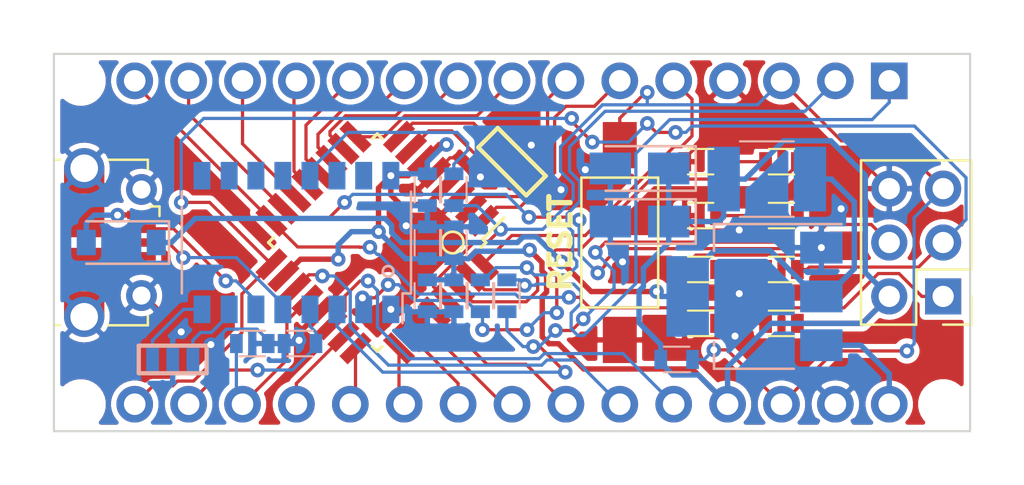
<source format=kicad_pcb>
(kicad_pcb (version 4) (host pcbnew 4.0.7)
  (layers (0 F.Cu signal) (31 B.Cu signal) (34 B.Paste user) (35 F.Paste user) (36 B.SilkS user) (37 F.SilkS user) (38 B.Mask user) (39 F.Mask user) (44 Edge.Cuts user))
  (net 0 "")
  (net 1 +3.3V)
  (net 2 GND)
  (net 3 +5V)
  (net 4 RESET)
  (net 5 "Net-(C6-Pad2)")
  (net 6 AREF)
  (net 7 "Net-(D1-Pad1)")
  (net 8 VUSB)
  (net 9 "Net-(D2-Pad1)")
  (net 10 TX)
  (net 11 "Net-(D3-Pad1)")
  (net 12 RX)
  (net 13 "Net-(D4-Pad1)")
  (net 14 D13/SCK)
  (net 15 "Net-(D5-Pad1)")
  (net 16 UD-)
  (net 17 UD+)
  (net 18 D12/MISO)
  (net 19 D11/MOSI)
  (net 20 D0/RX)
  (net 21 D1/TX)
  (net 22 VIN)
  (net 23 "Net-(U2-Pad7)")
  (net 24 "Net-(U2-Pad8)")
  (net 25 D3)
  (net 26 D4)
  (net 27 "Net-(U3-Pad7)")
  (net 28 "Net-(U3-Pad8)")
  (net 29 D5)
  (net 30 D6)
  (net 31 D7)
  (net 32 D8)
  (net 33 D9)
  (net 34 D10)
  (net 35 A6)
  (net 36 A7)
  (net 37 A0)
  (net 38 A1)
  (net 39 A2)
  (net 40 A3)
  (net 41 A4)
  (net 42 A5)
  (net 43 D2)
  (module Polymetric_Shields_and_Sockets:Arduino_Nano_Shield (layer F.Cu) (at 0 8.89 270)
    (fp_text reference XA1 hide)
    (fp_text value Arduino_Nano_Socket hide)
    (pad VIN thru_hole circle (at 7.62 -39.37 270) (size 1.7272 1.7272) (drill 1.016) (layers *.Cu *.Mask) (net 22 VIN))
    (pad GND2 thru_hole circle (at 7.62 -36.83 270) (size 1.7272 1.7272) (drill 1.016) (layers *.Cu *.Mask) (net 2 GND))
    (pad RST2 thru_hole circle (at 7.62 -34.29 270) (size 1.7272 1.7272) (drill 1.016) (layers *.Cu *.Mask) (net 4 RESET))
    (pad 5V thru_hole circle (at 7.62 -31.75 270) (size 1.7272 1.7272) (drill 1.016) (layers *.Cu *.Mask) (net 3 +5V))
    (pad A7 thru_hole circle (at 7.62 -29.21 270) (size 1.7272 1.7272) (drill 1.016) (layers *.Cu *.Mask) (net 36 A7))
    (pad A6 thru_hole circle (at 7.62 -26.67 270) (size 1.7272 1.7272) (drill 1.016) (layers *.Cu *.Mask) (net 35 A6))
    (pad A5 thru_hole circle (at 7.62 -24.13 270) (size 1.7272 1.7272) (drill 1.016) (layers *.Cu *.Mask) (net 42 A5))
    (pad A4 thru_hole circle (at 7.62 -21.59 270) (size 1.7272 1.7272) (drill 1.016) (layers *.Cu *.Mask) (net 41 A4))
    (pad A3 thru_hole circle (at 7.62 -19.05 270) (size 1.7272 1.7272) (drill 1.016) (layers *.Cu *.Mask) (net 40 A3))
    (pad A2 thru_hole circle (at 7.62 -16.51 270) (size 1.7272 1.7272) (drill 1.016) (layers *.Cu *.Mask) (net 39 A2))
    (pad A1 thru_hole circle (at 7.62 -13.97 270) (size 1.7272 1.7272) (drill 1.016) (layers *.Cu *.Mask) (net 38 A1))
    (pad A0 thru_hole circle (at 7.62 -11.43 270) (size 1.7272 1.7272) (drill 1.016) (layers *.Cu *.Mask) (net 37 A0))
    (pad AREF thru_hole circle (at 7.62 -8.89 270) (size 1.7272 1.7272) (drill 1.016) (layers *.Cu *.Mask) (net 6 AREF))
    (pad 3V3 thru_hole circle (at 7.62 -6.35 270) (size 1.7272 1.7272) (drill 1.016) (layers *.Cu *.Mask) (net 1 +3.3V))
    (pad D13 thru_hole circle (at 7.62 -3.81 270) (size 1.7272 1.7272) (drill 1.016) (layers *.Cu *.Mask) (net 14 D13/SCK))
    (pad D12 thru_hole circle (at -7.62 -3.81 270) (size 1.7272 1.7272) (drill 1.016) (layers *.Cu *.Mask) (net 18 D12/MISO))
    (pad D11 thru_hole circle (at -7.62 -6.35 270) (size 1.7272 1.7272) (drill 1.016) (layers *.Cu *.Mask) (net 19 D11/MOSI))
    (pad D10 thru_hole circle (at -7.62 -8.89 270) (size 1.7272 1.7272) (drill 1.016) (layers *.Cu *.Mask) (net 34 D10))
    (pad D9 thru_hole circle (at -7.62 -11.43 270) (size 1.7272 1.7272) (drill 1.016) (layers *.Cu *.Mask) (net 33 D9))
    (pad D8 thru_hole circle (at -7.62 -13.97 270) (size 1.7272 1.7272) (drill 1.016) (layers *.Cu *.Mask) (net 32 D8))
    (pad D7 thru_hole circle (at -7.62 -16.51 270) (size 1.7272 1.7272) (drill 1.016) (layers *.Cu *.Mask) (net 31 D7))
    (pad D6 thru_hole circle (at -7.62 -19.05 270) (size 1.7272 1.7272) (drill 1.016) (layers *.Cu *.Mask) (net 30 D6))
    (pad D5 thru_hole circle (at -7.62 -21.59 270) (size 1.7272 1.7272) (drill 1.016) (layers *.Cu *.Mask) (net 29 D5))
    (pad D4 thru_hole circle (at -7.62 -24.13 270) (size 1.7272 1.7272) (drill 1.016) (layers *.Cu *.Mask) (net 26 D4))
    (pad D3 thru_hole circle (at -7.62 -26.67 270) (size 1.7272 1.7272) (drill 1.016) (layers *.Cu *.Mask) (net 25 D3))
    (pad D2 thru_hole circle (at -7.62 -29.21 270) (size 1.7272 1.7272) (drill 1.016) (layers *.Cu *.Mask) (net 43 D2))
    (pad GND1 thru_hole circle (at -7.62 -31.75 270) (size 1.7272 1.7272) (drill 1.016) (layers *.Cu *.Mask) (net 2 GND))
    (pad RST1 thru_hole circle (at -7.62 -34.29 270) (size 1.7272 1.7272) (drill 1.016) (layers *.Cu *.Mask) (net 4 RESET))
    (pad D0 thru_hole circle (at -7.62 -36.83 270) (size 1.7272 1.7272) (drill 1.016) (layers *.Cu *.Mask) (net 20 D0/RX))
    (pad D1 thru_hole rect (at -7.62 -39.37 270) (size 1.7272 1.7272) (drill 1.016) (layers *.Cu *.Mask) (net 21 D1/TX))
    (pad "" np_thru_hole circle (at -7.62 -41.91 270) (size 1.85 1.85) (drill 1.85) (layers *.Cu *.Mask))
    (pad "" np_thru_hole circle (at 7.62 -41.91 270) (size 1.85 1.85) (drill 1.85) (layers *.Cu *.Mask))
    (pad "" np_thru_hole circle (at -7.62 -1.27 270) (size 1.85 1.85) (drill 1.85) (layers *.Cu *.Mask))
    (pad "" np_thru_hole circle (at 7.62 -1.27 270) (size 1.85 1.85) (drill 1.85) (layers *.Cu *.Mask))
  )
  (module Polymetric_Shields_and_Sockets:USB_Micro-B_Molex-105017-0001 (layer F.Cu) (at 1.778 8.89 270)
    (fp_text reference J1 hide)
    (fp_text value USB_OTG hide)
    (pad 6 smd rect (at 1 0.35 270) (size 1.5 1.9) (layers F.Cu F.Paste F.Mask) (net 2 GND))
    (pad 6 thru_hole circle (at -2.5 -2.35 270) (size 1.45 1.45) (drill 0.85) (layers *.Cu *.Mask) (net 2 GND))
    (pad 2 smd rect (at -0.65 -2.35 270) (size 0.4 1.35) (layers F.Cu F.Paste F.Mask) (net 16 UD-))
    (pad 1 smd rect (at -1.3 -2.35 270) (size 0.4 1.35) (layers F.Cu F.Paste F.Mask) (net 8 VUSB))
    (pad 5 smd rect (at 1.3 -2.35 270) (size 0.4 1.35) (layers F.Cu F.Paste F.Mask) (net 2 GND))
    (pad 4 smd rect (at 0.65 -2.35 270) (size 0.4 1.35) (layers F.Cu F.Paste F.Mask))
    (pad 3 smd rect (at 0 -2.35 270) (size 0.4 1.35) (layers F.Cu F.Paste F.Mask) (net 17 UD+))
    (pad 6 thru_hole circle (at 2.5 -2.35 270) (size 1.45 1.45) (drill 0.85) (layers *.Cu *.Mask) (net 2 GND))
    (pad 6 smd rect (at -1 0.35 270) (size 1.5 1.9) (layers F.Cu F.Paste F.Mask) (net 2 GND))
    (pad 6 thru_hole circle (at -3.5 0.35 90) (size 1.9 1.9) (drill 1.3) (layers *.Cu *.Mask) (net 2 GND))
    (pad 6 thru_hole circle (at 3.5 0.35 270) (size 1.9 1.9) (drill 1.3) (layers *.Cu *.Mask) (net 2 GND))
    (pad 6 smd rect (at 2.9 0.35 270) (size 1.2 1.9) (layers F.Cu F.Mask) (net 2 GND))
    (pad 6 smd rect (at -2.9 0.35 270) (size 1.2 1.9) (layers F.Cu F.Mask) (net 2 GND))
  )
  (module Polymetric_Capacitors_SMD:C_0603 (layer B.Cu) (at 11.6 13.65 180)
    (fp_text reference C1 hide)
    (fp_text value 100nF hide)
    (pad 1 smd rect (at -0.75 0 180) (size 0.6 0.9) (layers B.Cu B.Paste B.Mask) (net 1 +3.3V))
    (pad 2 smd rect (at 0.75 0 180) (size 0.6 0.9) (layers B.Cu B.Paste B.Mask) (net 2 GND))
  )
  (module Polymetric_Capacitors_SMD:C_0603 (layer B.Cu) (at 18.85 11.4 270)
    (fp_text reference C2 hide)
    (fp_text value 100nF hide)
    (pad 1 smd rect (at -0.75 0 270) (size 0.6 0.9) (layers B.Cu B.Paste B.Mask) (net 3 +5V))
    (pad 2 smd rect (at 0.75 0 270) (size 0.6 0.9) (layers B.Cu B.Paste B.Mask) (net 2 GND))
  )
  (module Polymetric_Capacitors_SMD:C_0603 (layer B.Cu) (at 17.6 8.9 90)
    (fp_text reference C3 hide)
    (fp_text value 100nF hide)
    (pad 1 smd rect (at -0.75 0 90) (size 0.6 0.9) (layers B.Cu B.Paste B.Mask) (net 3 +5V))
    (pad 2 smd rect (at 0.75 0 90) (size 0.6 0.9) (layers B.Cu B.Paste B.Mask) (net 2 GND))
  )
  (module Polymetric_Capacitors_SMD:C_0603 (layer B.Cu) (at 17.6 11.4 270)
    (fp_text reference C4 hide)
    (fp_text value 1uF hide)
    (pad 1 smd rect (at -0.75 0 270) (size 0.6 0.9) (layers B.Cu B.Paste B.Mask) (net 3 +5V))
    (pad 2 smd rect (at 0.75 0 270) (size 0.6 0.9) (layers B.Cu B.Paste B.Mask) (net 2 GND))
  )
  (module Polymetric_Capacitors_SMD:C_0603 (layer B.Cu) (at 18.85 8.9 90)
    (fp_text reference C5 hide)
    (fp_text value 1uF hide)
    (pad 1 smd rect (at -0.75 0 90) (size 0.6 0.9) (layers B.Cu B.Paste B.Mask) (net 3 +5V))
    (pad 2 smd rect (at 0.75 0 90) (size 0.6 0.9) (layers B.Cu B.Paste B.Mask) (net 2 GND))
  )
  (module Polymetric_Capacitors_SMD:C_0603 (layer B.Cu) (at 18.85 6.4 90)
    (fp_text reference C6 hide)
    (fp_text value 100nF hide)
    (pad 1 smd rect (at -0.75 0 90) (size 0.6 0.9) (layers B.Cu B.Paste B.Mask) (net 4 RESET))
    (pad 2 smd rect (at 0.75 0 90) (size 0.6 0.9) (layers B.Cu B.Paste B.Mask) (net 5 "Net-(C6-Pad2)"))
  )
  (module Polymetric_Capacitors_SMD:C_0603 (layer B.Cu) (at 17.6 6.4 270)
    (fp_text reference C7 hide)
    (fp_text value 1uF hide)
    (pad 1 smd rect (at -0.75 0 270) (size 0.6 0.9) (layers B.Cu B.Paste B.Mask) (net 3 +5V))
    (pad 2 smd rect (at 0.75 0 270) (size 0.6 0.9) (layers B.Cu B.Paste B.Mask) (net 2 GND))
  )
  (module Capacitors_Tantalum_SMD:CP_Tantalum_Case-A_EIA-3216-18_Reflow (layer B.Cu) (at 27.6 7.9 180)
    (fp_text reference C8 hide)
    (fp_text value 4.7uF/T hide)
    (pad 1 smd rect (at -1.375 0 180) (size 1.95 1.5) (layers B.Cu B.Paste B.Mask) (net 3 +5V))
    (pad 2 smd rect (at 1.375 0 180) (size 1.95 1.5) (layers B.Cu B.Paste B.Mask) (net 2 GND))
  )
  (module Capacitors_Tantalum_SMD:CP_Tantalum_Case-A_EIA-3216-18_Reflow (layer B.Cu) (at 27.6 5.4 180)
    (fp_text reference C9 hide)
    (fp_text value 4.7uF/T hide)
    (pad 1 smd rect (at -1.375 0 180) (size 1.95 1.5) (layers B.Cu B.Paste B.Mask) (net 3 +5V))
    (pad 2 smd rect (at 1.375 0 180) (size 1.95 1.5) (layers B.Cu B.Paste B.Mask) (net 2 GND))
  )
  (module Polymetric_Capacitors_SMD:C_0603 (layer B.Cu) (at 9.35 13.65)
    (fp_text reference C10 hide)
    (fp_text value 100nF hide)
    (pad 1 smd rect (at -0.75 0) (size 0.6 0.9) (layers B.Cu B.Paste B.Mask) (net 6 AREF))
    (pad 2 smd rect (at 0.75 0) (size 0.6 0.9) (layers B.Cu B.Paste B.Mask) (net 2 GND))
  )
  (module Diodes_SMD:D_SOD-123 (layer B.Cu) (at 3.175 8.89 180)
    (fp_text reference D1 hide)
    (fp_text value 1N5817 hide)
    (pad 1 smd rect (at -1.65 0 180) (size 0.9 1.2) (layers B.Cu B.Paste B.Mask) (net 7 "Net-(D1-Pad1)"))
    (pad 2 smd rect (at 1.65 0 180) (size 0.9 1.2) (layers B.Cu B.Paste B.Mask) (net 8 VUSB))
  )
  (module Polymetric_Fuses_SMD:1812_PTC_Fuse (layer B.Cu) (at 33.6 5.9 180)
    (fp_text reference F1 hide)
    (fp_text value "MF-MSMF050-2 500mA" hide)
    (pad 1 smd rect (at -2.032 0 180) (size 1.524 3.048) (layers B.Cu B.Paste B.Mask) (net 7 "Net-(D1-Pad1)"))
    (pad 2 smd rect (at 2.032 0 180) (size 1.524 3.048) (layers B.Cu B.Paste B.Mask) (net 3 +5V))
  )
  (module Pin_Headers:Pin_Header_Straight_2x03_Pitch2.54mm (layer F.Cu) (at 41.91 11.43 180)
    (fp_text reference J2 hide)
    (fp_text value ICSP_Header hide)
    (pad 1 thru_hole rect (at 0 0 180) (size 1.7 1.7) (drill 1) (layers *.Cu *.Mask) (net 18 D12/MISO))
    (pad 2 thru_hole oval (at 2.54 0 180) (size 1.7 1.7) (drill 1) (layers *.Cu *.Mask) (net 3 +5V))
    (pad 3 thru_hole oval (at 0 2.54 180) (size 1.7 1.7) (drill 1) (layers *.Cu *.Mask) (net 14 D13/SCK))
    (pad 4 thru_hole oval (at 2.54 2.54 180) (size 1.7 1.7) (drill 1) (layers *.Cu *.Mask) (net 19 D11/MOSI))
    (pad 5 thru_hole oval (at 0 5.08 180) (size 1.7 1.7) (drill 1) (layers *.Cu *.Mask) (net 4 RESET))
    (pad 6 thru_hole oval (at 2.54 5.08 180) (size 1.7 1.7) (drill 1) (layers *.Cu *.Mask) (net 2 GND))
  )
  (module Polymetric_Resistors_SMD:R_0603 (layer F.Cu) (at 30.48 7.62 180)
    (fp_text reference R1 hide)
    (fp_text value 1K hide)
    (pad 1 smd rect (at -0.75 0 180) (size 0.6 0.9) (layers F.Cu F.Paste F.Mask) (net 9 "Net-(D2-Pad1)"))
    (pad 2 smd rect (at 0.75 0 180) (size 0.6 0.9) (layers F.Cu F.Paste F.Mask) (net 2 GND))
  )
  (module Polymetric_Resistors_SMD:R_0603 (layer F.Cu) (at 30.48 5.08 180)
    (fp_text reference R2 hide)
    (fp_text value 1K hide)
    (pad 1 smd rect (at -0.75 0 180) (size 0.6 0.9) (layers F.Cu F.Paste F.Mask) (net 11 "Net-(D3-Pad1)"))
    (pad 2 smd rect (at 0.75 0 180) (size 0.6 0.9) (layers F.Cu F.Paste F.Mask) (net 2 GND))
  )
  (module Polymetric_Resistors_SMD:R_0603 (layer F.Cu) (at 30.48 10.16)
    (fp_text reference R3 hide)
    (fp_text value 1K hide)
    (pad 1 smd rect (at -0.75 0) (size 0.6 0.9) (layers F.Cu F.Paste F.Mask) (net 2 GND))
    (pad 2 smd rect (at 0.75 0) (size 0.6 0.9) (layers F.Cu F.Paste F.Mask) (net 13 "Net-(D4-Pad1)"))
  )
  (module Polymetric_Resistors_SMD:R_0603 (layer F.Cu) (at 30.48 12.7)
    (fp_text reference R4 hide)
    (fp_text value 1K hide)
    (pad 1 smd rect (at -0.75 0) (size 0.6 0.9) (layers F.Cu F.Paste F.Mask) (net 2 GND))
    (pad 2 smd rect (at 0.75 0) (size 0.6 0.9) (layers F.Cu F.Paste F.Mask) (net 15 "Net-(D5-Pad1)"))
  )
  (module Polymetric_Resistors_SMD:R_0603 (layer B.Cu) (at 20.1 11.4 90)
    (fp_text reference R5 hide)
    (fp_text value 1K hide)
    (pad 1 smd rect (at -0.75 0 90) (size 0.6 0.9) (layers B.Cu B.Paste B.Mask) (net 12 RX))
    (pad 2 smd rect (at 0.75 0 90) (size 0.6 0.9) (layers B.Cu B.Paste B.Mask) (net 20 D0/RX))
  )
  (module Polymetric_Resistors_SMD:R_0603 (layer B.Cu) (at 21.35 11.4 90)
    (fp_text reference R6 hide)
    (fp_text value 1K hide)
    (pad 1 smd rect (at -0.75 0 90) (size 0.6 0.9) (layers B.Cu B.Paste B.Mask) (net 10 TX))
    (pad 2 smd rect (at 0.75 0 90) (size 0.6 0.9) (layers B.Cu B.Paste B.Mask) (net 21 D1/TX))
  )
  (module Polymetric_Resistors_SMD:R_0603 (layer B.Cu) (at 29.35 14.4)
    (fp_text reference R7 hide)
    (fp_text value 1K hide)
    (pad 1 smd rect (at -0.75 0) (size 0.6 0.9) (layers B.Cu B.Paste B.Mask) (net 3 +5V))
    (pad 2 smd rect (at 0.75 0) (size 0.6 0.9) (layers B.Cu B.Paste B.Mask) (net 4 RESET))
  )
  (module Buttons_Switches_SMD:SW_SPST_FSMSM (layer F.Cu) (at 26.67 8.89 90)
    (fp_text reference SW1 hide)
    (fp_text value RESET hide)
    (pad 1 smd rect (at -4.59 0 90) (size 2.18 1.6) (layers F.Cu F.Paste F.Mask) (net 2 GND))
    (pad 2 smd rect (at 4.59 0 90) (size 2.18 1.6) (layers F.Cu F.Paste F.Mask) (net 4 RESET))
  )
  (module TO_SOT_Packages_SMD:SOT-223 (layer B.Cu) (at 33.02 11.43 180)
    (fp_text reference U1 hide)
    (fp_text value LM1117-5.0 hide)
    (pad 4 smd rect (at 3.15 0 180) (size 2 3.8) (layers B.Cu B.Paste B.Mask) (net 7 "Net-(D1-Pad1)"))
    (pad 2 smd rect (at -3.15 0 180) (size 2 1.5) (layers B.Cu B.Paste B.Mask) (net 7 "Net-(D1-Pad1)"))
    (pad 3 smd rect (at -3.15 -2.3 180) (size 2 1.5) (layers B.Cu B.Paste B.Mask) (net 22 VIN))
    (pad 1 smd rect (at -3.15 2.3 180) (size 2 1.5) (layers B.Cu B.Paste B.Mask) (net 2 GND))
  )
  (module Housings_SSOP:SOP-16_4.4x10.4mm_Pitch1.27mm (layer B.Cu) (at 11.43 8.89 90)
    (fp_text reference U2 hide)
    (fp_text value CH340G hide)
    (pad 1 smd rect (at -3.15 4.45 90) (size 1.3 0.8) (layers B.Cu B.Paste B.Mask) (net 2 GND))
    (pad 2 smd rect (at -3.15 3.17 90) (size 1.3 0.8) (layers B.Cu B.Paste B.Mask) (net 12 RX))
    (pad 3 smd rect (at -3.15 1.91 90) (size 1.3 0.8) (layers B.Cu B.Paste B.Mask) (net 10 TX))
    (pad 4 smd rect (at -3.15 0.64 90) (size 1.3 0.8) (layers B.Cu B.Paste B.Mask) (net 1 +3.3V))
    (pad 5 smd rect (at -3.15 -0.64 90) (size 1.3 0.8) (layers B.Cu B.Paste B.Mask) (net 17 UD+))
    (pad 6 smd rect (at -3.15 -1.91 90) (size 1.3 0.8) (layers B.Cu B.Paste B.Mask) (net 16 UD-))
    (pad 7 smd rect (at -3.15 -3.17 90) (size 1.3 0.8) (layers B.Cu B.Paste B.Mask) (net 23 "Net-(U2-Pad7)"))
    (pad 8 smd rect (at -3.15 -4.45 90) (size 1.3 0.8) (layers B.Cu B.Paste B.Mask) (net 24 "Net-(U2-Pad8)"))
    (pad 9 smd rect (at 3.15 -4.45 90) (size 1.3 0.8) (layers B.Cu B.Paste B.Mask))
    (pad 10 smd rect (at 3.15 -3.17 90) (size 1.3 0.8) (layers B.Cu B.Paste B.Mask))
    (pad 11 smd rect (at 3.15 -1.91 90) (size 1.3 0.8) (layers B.Cu B.Paste B.Mask))
    (pad 12 smd rect (at 3.15 -0.64 90) (size 1.3 0.8) (layers B.Cu B.Paste B.Mask))
    (pad 13 smd rect (at 3.15 0.64 90) (size 1.3 0.8) (layers B.Cu B.Paste B.Mask) (net 5 "Net-(C6-Pad2)"))
    (pad 14 smd rect (at 3.15 1.91 90) (size 1.3 0.8) (layers B.Cu B.Paste B.Mask))
    (pad 15 smd rect (at 3.15 3.17 90) (size 1.3 0.8) (layers B.Cu B.Paste B.Mask))
    (pad 16 smd rect (at 3.15 4.45 90) (size 1.3 0.8) (layers B.Cu B.Paste B.Mask) (net 3 +5V))
  )
  (module Housings_QFP:TQFP-32_7x7mm_Pitch0.8mm (layer F.Cu) (at 15.24 8.89 225)
    (fp_text reference U3 hide)
    (fp_text value ATMEGA328P-AU hide)
    (pad 1 smd rect (at -4.25 -2.8 225) (size 1.6 0.55) (layers F.Cu F.Paste F.Mask) (net 25 D3))
    (pad 2 smd rect (at -4.25 -2 225) (size 1.6 0.55) (layers F.Cu F.Paste F.Mask) (net 26 D4))
    (pad 3 smd rect (at -4.25 -1.2 225) (size 1.6 0.55) (layers F.Cu F.Paste F.Mask) (net 2 GND))
    (pad 4 smd rect (at -4.25 -0.4 225) (size 1.6 0.55) (layers F.Cu F.Paste F.Mask) (net 3 +5V))
    (pad 5 smd rect (at -4.25 0.4 225) (size 1.6 0.55) (layers F.Cu F.Paste F.Mask) (net 2 GND))
    (pad 6 smd rect (at -4.25 1.2 225) (size 1.6 0.55) (layers F.Cu F.Paste F.Mask) (net 3 +5V))
    (pad 7 smd rect (at -4.25 2 225) (size 1.6 0.55) (layers F.Cu F.Paste F.Mask) (net 27 "Net-(U3-Pad7)"))
    (pad 8 smd rect (at -4.25 2.8 225) (size 1.6 0.55) (layers F.Cu F.Paste F.Mask) (net 28 "Net-(U3-Pad8)"))
    (pad 9 smd rect (at -2.8 4.25 315) (size 1.6 0.55) (layers F.Cu F.Paste F.Mask) (net 29 D5))
    (pad 10 smd rect (at -2 4.25 315) (size 1.6 0.55) (layers F.Cu F.Paste F.Mask) (net 30 D6))
    (pad 11 smd rect (at -1.2 4.25 315) (size 1.6 0.55) (layers F.Cu F.Paste F.Mask) (net 31 D7))
    (pad 12 smd rect (at -0.4 4.25 315) (size 1.6 0.55) (layers F.Cu F.Paste F.Mask) (net 32 D8))
    (pad 13 smd rect (at 0.4 4.25 315) (size 1.6 0.55) (layers F.Cu F.Paste F.Mask) (net 33 D9))
    (pad 14 smd rect (at 1.2 4.25 315) (size 1.6 0.55) (layers F.Cu F.Paste F.Mask) (net 34 D10))
    (pad 15 smd rect (at 2 4.25 315) (size 1.6 0.55) (layers F.Cu F.Paste F.Mask) (net 19 D11/MOSI))
    (pad 16 smd rect (at 2.8 4.25 315) (size 1.6 0.55) (layers F.Cu F.Paste F.Mask) (net 18 D12/MISO))
    (pad 17 smd rect (at 4.25 2.8 225) (size 1.6 0.55) (layers F.Cu F.Paste F.Mask) (net 14 D13/SCK))
    (pad 18 smd rect (at 4.25 2 225) (size 1.6 0.55) (layers F.Cu F.Paste F.Mask) (net 3 +5V))
    (pad 19 smd rect (at 4.25 1.2 225) (size 1.6 0.55) (layers F.Cu F.Paste F.Mask) (net 35 A6))
    (pad 20 smd rect (at 4.25 0.4 225) (size 1.6 0.55) (layers F.Cu F.Paste F.Mask) (net 6 AREF))
    (pad 21 smd rect (at 4.25 -0.4 225) (size 1.6 0.55) (layers F.Cu F.Paste F.Mask) (net 2 GND))
    (pad 22 smd rect (at 4.25 -1.2 225) (size 1.6 0.55) (layers F.Cu F.Paste F.Mask) (net 36 A7))
    (pad 23 smd rect (at 4.25 -2 225) (size 1.6 0.55) (layers F.Cu F.Paste F.Mask) (net 37 A0))
    (pad 24 smd rect (at 4.25 -2.8 225) (size 1.6 0.55) (layers F.Cu F.Paste F.Mask) (net 38 A1))
    (pad 25 smd rect (at 2.8 -4.25 315) (size 1.6 0.55) (layers F.Cu F.Paste F.Mask) (net 39 A2))
    (pad 26 smd rect (at 2 -4.25 315) (size 1.6 0.55) (layers F.Cu F.Paste F.Mask) (net 40 A3))
    (pad 27 smd rect (at 1.2 -4.25 315) (size 1.6 0.55) (layers F.Cu F.Paste F.Mask) (net 41 A4))
    (pad 28 smd rect (at 0.4 -4.25 315) (size 1.6 0.55) (layers F.Cu F.Paste F.Mask) (net 42 A5))
    (pad 29 smd rect (at -0.4 -4.25 315) (size 1.6 0.55) (layers F.Cu F.Paste F.Mask) (net 4 RESET))
    (pad 30 smd rect (at -1.2 -4.25 315) (size 1.6 0.55) (layers F.Cu F.Paste F.Mask) (net 20 D0/RX))
    (pad 31 smd rect (at -2 -4.25 315) (size 1.6 0.55) (layers F.Cu F.Paste F.Mask) (net 21 D1/TX))
    (pad 32 smd rect (at -2.8 -4.25 315) (size 1.6 0.55) (layers F.Cu F.Paste F.Mask) (net 43 D2))
  )
  (module Polymetric_LEDs_SMD:LED_0603 (layer F.Cu) (at 34.29 5.08)
    (fp_text reference D3 hide)
    (fp_text value RX hide)
    (pad 1 smd rect (at -0.75 0) (size 0.6 0.9) (layers F.Cu F.Paste F.Mask) (net 11 "Net-(D3-Pad1)"))
    (pad 2 smd rect (at 0.75 0) (size 0.6 0.9) (layers F.Cu F.Paste F.Mask) (net 12 RX))
  )
  (module Polymetric_LEDs_SMD:LED_0603 (layer F.Cu) (at 34.29 7.62)
    (fp_text reference D2 hide)
    (fp_text value TX hide)
    (pad 1 smd rect (at -0.75 0) (size 0.6 0.9) (layers F.Cu F.Paste F.Mask) (net 9 "Net-(D2-Pad1)"))
    (pad 2 smd rect (at 0.75 0) (size 0.6 0.9) (layers F.Cu F.Paste F.Mask) (net 10 TX))
  )
  (module Polymetric_LEDs_SMD:LED_0603 (layer F.Cu) (at 34.29 10.16)
    (fp_text reference D4 hide)
    (fp_text value D13 hide)
    (pad 1 smd rect (at -0.75 0) (size 0.6 0.9) (layers F.Cu F.Paste F.Mask) (net 13 "Net-(D4-Pad1)"))
    (pad 2 smd rect (at 0.75 0) (size 0.6 0.9) (layers F.Cu F.Paste F.Mask) (net 14 D13/SCK))
  )
  (module Polymetric_LEDs_SMD:LED_0603 (layer F.Cu) (at 34.29 12.7)
    (fp_text reference D5 hide)
    (fp_text value PWR hide)
    (pad 1 smd rect (at -0.75 0) (size 0.6 0.9) (layers F.Cu F.Paste F.Mask) (net 15 "Net-(D5-Pad1)"))
    (pad 2 smd rect (at 0.75 0) (size 0.6 0.9) (layers F.Cu F.Paste F.Mask) (net 3 +5V))
  )
  (module Polymetric_Resonators_SMD:1.3x3.2_resonator (layer B.Cu) (at 5.6 14.4 180)
    (fp_text reference Y1 hide)
    (fp_text value 12MHz hide)
    (pad 1 smd rect (at -0.95 0 180) (size 0.6 1.5) (layers B.Cu B.Paste B.Mask) (net 23 "Net-(U2-Pad7)"))
    (pad 2 smd rect (at 0 0 180) (size 0.6 1.5) (layers B.Cu B.Paste B.Mask) (net 2 GND))
    (pad 3 smd rect (at 0.95 0 180) (size 0.6 1.5) (layers B.Cu B.Paste B.Mask) (net 24 "Net-(U2-Pad8)"))
  )
  (module Polymetric_Resonators_SMD:1.3x3.2_resonator (layer F.Cu) (at 21.59 5.08 315)
    (fp_text reference Y2 hide)
    (fp_text value 16MHz hide)
    (pad 1 smd rect (at -0.95 0 315) (size 0.6 1.5) (layers F.Cu F.Paste F.Mask) (net 28 "Net-(U3-Pad8)"))
    (pad 2 smd rect (at 0 0 315) (size 0.6 1.5) (layers F.Cu F.Paste F.Mask) (net 2 GND))
    (pad 3 smd rect (at 0.95 0 315) (size 0.6 1.5) (layers F.Cu F.Paste F.Mask) (net 27 "Net-(U3-Pad7)"))
  )
  (gr_circle (center 15.75 10.25) (end 16 10.25) (layer B.SilkS) (width 0.127))
  (gr_circle (center 18.796 8.89) (end 18.796 8.382) (layer F.SilkS) (width 0.127))
  (gr_line (start 0 0) (end 43.18 0) (angle 90) (layer Edge.Cuts) (width 0.1))
  (gr_line (start 0 17.78) (end 0 0) (angle 90) (layer Edge.Cuts) (width 0.1))
  (gr_line (start 43.18 17.78) (end 0 17.78) (angle 90) (layer Edge.Cuts) (width 0.1))
  (gr_line (start 43.18 0) (end 43.18 17.78) (angle 90) (layer Edge.Cuts) (width 0.1))
  (gr_text RESET (at 23.876 8.89 90) (layer F.SilkS) (effects (font (size 1 1) (thickness 0.25))))
  (segment (start 12.35 13.1224) (end 12.35 13.65) (width 0.1524) (layer B.Cu) (net 1))
  (segment (start 12.07 12.8424) (end 12.35 13.1224) (width 0.1524) (layer B.Cu) (net 1))
  (segment (start 12.07 12.04) (end 12.07 12.8424) (width 0.1524) (layer B.Cu) (net 1))
  (segment (start 9.115069 14.9) (end 9.600002 14.9) (width 0.1524) (layer F.Cu) (net 1))
  (segment (start 6.35 16.51) (end 7.96 14.9) (width 0.1524) (layer F.Cu) (net 1))
  (segment (start 10.084935 14.9) (end 9.600002 14.9) (width 0.1524) (layer B.Cu) (net 1))
  (segment (start 11.25 14.9) (end 10.084935 14.9) (width 0.1524) (layer B.Cu) (net 1))
  (segment (start 12.35 13.8) (end 11.25 14.9) (width 0.1524) (layer B.Cu) (net 1))
  (segment (start 12.35 13.65) (end 12.35 13.8) (width 0.1524) (layer B.Cu) (net 1))
  (via (at 9.600002 14.9) (size 0.6858) (drill 0.3302) (layers F.Cu B.Cu) (net 1))
  (segment (start 7.96 14.9) (end 9.115069 14.9) (width 0.1524) (layer F.Cu) (net 1))
  (segment (start 25.042565 5.457435) (end 24.099994 6.400006) (width 0.1524) (layer F.Cu) (net 2))
  (segment (start 22.5 4.3) (end 22.5 5.000006) (width 0.1524) (layer B.Cu) (net 2))
  (segment (start 23.557101 6.057107) (end 23.9 6.400006) (width 0.1524) (layer B.Cu) (net 2))
  (segment (start 22.5 5.000006) (end 23.557101 6.057107) (width 0.1524) (layer B.Cu) (net 2))
  (via (at 23.9 6.400006) (size 0.6858) (drill 0.3302) (layers F.Cu B.Cu) (net 2))
  (via (at 25.042565 5.457435) (size 0.6858) (drill 0.3302) (layers F.Cu B.Cu) (net 2))
  (segment (start 25.042565 5.455035) (end 25.042565 5.457435) (width 0.1524) (layer B.Cu) (net 2))
  (segment (start 24.099994 6.400006) (end 23.9 6.400006) (width 0.1524) (layer F.Cu) (net 2))
  (segment (start 26.225 5.4) (end 25.0976 5.4) (width 0.1524) (layer B.Cu) (net 2))
  (segment (start 25.0976 5.4) (end 25.042565 5.455035) (width 0.1524) (layer B.Cu) (net 2))
  (segment (start 18.664314 4.9) (end 19.2 4.9) (width 0.1524) (layer F.Cu) (net 2))
  (segment (start 19.2 4.9) (end 20.1 5.8) (width 0.1524) (layer F.Cu) (net 2))
  (segment (start 17.962361 5.601953) (end 18.664314 4.9) (width 0.1524) (layer F.Cu) (net 2))
  (segment (start 7.4 13.7) (end 6.8 13.1) (width 0.1524) (layer F.Cu) (net 2))
  (segment (start 6.8 13.1) (end 6 13.1) (width 0.1524) (layer F.Cu) (net 2))
  (via (at 7.4 13.7) (size 0.6858) (drill 0.3302) (layers F.Cu B.Cu) (net 2))
  (segment (start 8.128601 12.971399) (end 7.4 13.7) (width 0.1524) (layer B.Cu) (net 2))
  (segment (start 10.1 13.65) (end 10.1 13.5) (width 0.1524) (layer B.Cu) (net 2))
  (segment (start 10.1 13.5) (end 9.571399 12.971399) (width 0.1524) (layer B.Cu) (net 2))
  (segment (start 9.571399 12.971399) (end 8.128601 12.971399) (width 0.1524) (layer B.Cu) (net 2))
  (segment (start 6 13.1) (end 4.29 11.39) (width 0.1524) (layer F.Cu) (net 2))
  (segment (start 4.29 11.39) (end 4.128 11.39) (width 0.1524) (layer F.Cu) (net 2))
  (segment (start 5.6 14.4) (end 5.6 13.5) (width 0.1524) (layer B.Cu) (net 2))
  (segment (start 5.6 13.5) (end 6 13.1) (width 0.1524) (layer B.Cu) (net 2))
  (via (at 6 13.1) (size 0.6858) (drill 0.3302) (layers F.Cu B.Cu) (net 2))
  (segment (start 11.554698 13.5) (end 11 13.5) (width 0.1524) (layer B.Cu) (net 2))
  (segment (start 11 13.5) (end 10.85 13.65) (width 0.1524) (layer B.Cu) (net 2))
  (segment (start 12.517639 12.178047) (end 11.554698 13.140988) (width 0.1524) (layer F.Cu) (net 2))
  (segment (start 11.554698 13.140988) (end 11.554698 13.5) (width 0.1524) (layer F.Cu) (net 2))
  (via (at 11.554698 13.5) (size 0.6858) (drill 0.3302) (layers F.Cu B.Cu) (net 2))
  (segment (start 29.73 5.08) (end 29.73 4.93) (width 0.1524) (layer F.Cu) (net 2))
  (segment (start 29.73 4.93) (end 30.258601 4.401399) (width 0.1524) (layer F.Cu) (net 2))
  (segment (start 30.258601 4.401399) (end 37.421399 4.401399) (width 0.1524) (layer F.Cu) (net 2))
  (segment (start 37.421399 4.401399) (end 38.520001 5.500001) (width 0.1524) (layer F.Cu) (net 2))
  (segment (start 38.520001 5.500001) (end 39.37 6.35) (width 0.1524) (layer F.Cu) (net 2))
  (segment (start 26.8 9.8) (end 26.225 9.225) (width 0.1524) (layer B.Cu) (net 2))
  (segment (start 26.225 9.225) (end 26.225 7.9) (width 0.1524) (layer B.Cu) (net 2))
  (segment (start 29.73 10.16) (end 27.16 10.16) (width 0.1524) (layer F.Cu) (net 2))
  (segment (start 27.16 10.16) (end 26.8 9.8) (width 0.1524) (layer F.Cu) (net 2))
  (via (at 26.8 9.8) (size 0.6858) (drill 0.3302) (layers F.Cu B.Cu) (net 2))
  (segment (start 32.1 13.3) (end 32.021399 13.378601) (width 0.1524) (layer F.Cu) (net 2))
  (segment (start 32.021399 13.378601) (end 30.258601 13.378601) (width 0.1524) (layer F.Cu) (net 2))
  (segment (start 30.258601 13.378601) (end 29.73 12.85) (width 0.1524) (layer F.Cu) (net 2))
  (segment (start 29.73 12.85) (end 29.73 12.7) (width 0.1524) (layer F.Cu) (net 2))
  (segment (start 32.3 11.3) (end 32.3 13.1) (width 0.1524) (layer B.Cu) (net 2))
  (segment (start 32.3 13.1) (end 32.1 13.3) (width 0.1524) (layer B.Cu) (net 2))
  (via (at 32.1 13.3) (size 0.6858) (drill 0.3302) (layers F.Cu B.Cu) (net 2))
  (segment (start 29.73 10.16) (end 29.73 10.31) (width 0.1524) (layer F.Cu) (net 2))
  (segment (start 29.73 10.31) (end 30.72 11.3) (width 0.1524) (layer F.Cu) (net 2))
  (segment (start 30.72 11.3) (end 32.3 11.3) (width 0.1524) (layer F.Cu) (net 2))
  (via (at 32.3 11.3) (size 0.6858) (drill 0.3302) (layers F.Cu B.Cu) (net 2))
  (segment (start 36.17 9.13) (end 36.17 8.2276) (width 0.1524) (layer B.Cu) (net 2))
  (segment (start 36.17 8.2276) (end 37.0976 7.3) (width 0.1524) (layer B.Cu) (net 2))
  (segment (start 37.0976 7.3) (end 37.1 7.3) (width 0.1524) (layer B.Cu) (net 2))
  (segment (start 34.342899 8.642899) (end 34.83 9.13) (width 0.1524) (layer B.Cu) (net 2))
  (segment (start 34.83 9.13) (end 36.17 9.13) (width 0.1524) (layer B.Cu) (net 2))
  (segment (start 32.3 8.3) (end 32.642899 8.642899) (width 0.1524) (layer B.Cu) (net 2))
  (segment (start 32.642899 8.642899) (end 34.342899 8.642899) (width 0.1524) (layer B.Cu) (net 2))
  (via (at 32.3 8.3) (size 0.6858) (drill 0.3302) (layers F.Cu B.Cu) (net 2))
  (segment (start 29.73 7.62) (end 29.73 7.77) (width 0.1524) (layer F.Cu) (net 2))
  (segment (start 29.73 7.77) (end 30.26 8.3) (width 0.1524) (layer F.Cu) (net 2))
  (segment (start 30.26 8.3) (end 32.3 8.3) (width 0.1524) (layer F.Cu) (net 2))
  (segment (start 29.73 10.16) (end 29.73 10.01) (width 0.1524) (layer F.Cu) (net 2))
  (segment (start 29.73 10.01) (end 30.258601 9.481399) (width 0.1524) (layer F.Cu) (net 2))
  (segment (start 30.258601 9.481399) (end 35.818601 9.481399) (width 0.1524) (layer F.Cu) (net 2))
  (segment (start 35.818601 9.481399) (end 36.17 9.13) (width 0.1524) (layer F.Cu) (net 2))
  (segment (start 26.225 5.4) (end 26.225 7.9) (width 0.1524) (layer B.Cu) (net 2))
  (segment (start 39.37 6.35) (end 38.05 6.35) (width 0.1524) (layer F.Cu) (net 2))
  (segment (start 38.05 6.35) (end 37.1 7.3) (width 0.1524) (layer F.Cu) (net 2))
  (via (at 37.1 7.3) (size 0.6858) (drill 0.3302) (layers F.Cu B.Cu) (net 2))
  (via (at 36.17 9.13) (size 0.6858) (drill 0.3302) (layers F.Cu B.Cu) (net 2))
  (segment (start 16.6 8.1) (end 16.6 8.584933) (width 0.1524) (layer F.Cu) (net 2))
  (segment (start 13.154034 11.541652) (end 12.517639 12.178047) (width 0.1524) (layer F.Cu) (net 2))
  (segment (start 14.824185 9.871501) (end 13.154034 11.541652) (width 0.1524) (layer F.Cu) (net 2))
  (segment (start 15.313432 9.871501) (end 14.824185 9.871501) (width 0.1524) (layer F.Cu) (net 2))
  (segment (start 16.6 8.584933) (end 15.313432 9.871501) (width 0.1524) (layer F.Cu) (net 2))
  (segment (start 16.6 11.32) (end 15.88 12.04) (width 0.1524) (layer F.Cu) (net 2))
  (segment (start 16.6 8.1) (end 16.6 11.32) (width 0.1524) (layer F.Cu) (net 2))
  (segment (start 17.6 12.15) (end 15.99 12.15) (width 0.1524) (layer B.Cu) (net 2))
  (segment (start 15.99 12.15) (end 15.88 12.04) (width 0.1524) (layer B.Cu) (net 2))
  (via (at 15.88 12.04) (size 0.6858) (drill 0.3302) (layers F.Cu B.Cu) (net 2))
  (segment (start 17.6 8.15) (end 16.65 8.15) (width 0.1524) (layer B.Cu) (net 2))
  (segment (start 16.65 8.15) (end 16.6 8.1) (width 0.1524) (layer B.Cu) (net 2))
  (via (at 16.6 8.1) (size 0.6858) (drill 0.3302) (layers F.Cu B.Cu) (net 2))
  (segment (start 20.1 5.8) (end 20.027056 5.8) (width 0.1524) (layer F.Cu) (net 2))
  (segment (start 20.027056 5.8) (end 19.093732 6.733324) (width 0.1524) (layer F.Cu) (net 2))
  (segment (start 22.5 4.3) (end 21 5.8) (width 0.1524) (layer B.Cu) (net 2))
  (segment (start 21 5.8) (end 20.1 5.8) (width 0.1524) (layer B.Cu) (net 2))
  (via (at 20.1 5.8) (size 0.6858) (drill 0.3302) (layers F.Cu B.Cu) (net 2))
  (segment (start 21.59 5.08) (end 21.72 5.08) (width 0.1524) (layer F.Cu) (net 2))
  (segment (start 21.72 5.08) (end 22.5 4.3) (width 0.1524) (layer F.Cu) (net 2))
  (via (at 22.5 4.3) (size 0.6858) (drill 0.3302) (layers F.Cu B.Cu) (net 2))
  (segment (start 18.85 9.65) (end 19.554 9.65) (width 0.254) (layer B.Cu) (net 3))
  (segment (start 23.780996 13.658184) (end 23.33883 13.658184) (width 0.254) (layer F.Cu) (net 3))
  (segment (start 23.219785 10.447825) (end 23.002214 10.230255) (width 0.254) (layer F.Cu) (net 3))
  (segment (start 23.33883 13.658184) (end 23.015234 13.334588) (width 0.254) (layer F.Cu) (net 3))
  (segment (start 31.75 16.51) (end 30.089401 14.849401) (width 0.254) (layer F.Cu) (net 3))
  (segment (start 19.554 9.65) (end 19.904 9.3) (width 0.254) (layer B.Cu) (net 3))
  (segment (start 22.363433 9.3) (end 22.41803 9.245403) (width 0.254) (layer B.Cu) (net 3))
  (segment (start 24.972213 14.849401) (end 23.780996 13.658184) (width 0.254) (layer F.Cu) (net 3))
  (segment (start 23.015234 11.433498) (end 23.219785 11.228947) (width 0.254) (layer F.Cu) (net 3))
  (segment (start 23.002214 9.829587) (end 22.760929 9.588302) (width 0.254) (layer F.Cu) (net 3))
  (segment (start 23.015234 13.334588) (end 23.015234 11.433498) (width 0.254) (layer F.Cu) (net 3))
  (segment (start 30.089401 14.849401) (end 24.972213 14.849401) (width 0.254) (layer F.Cu) (net 3))
  (via (at 22.41803 9.245403) (size 0.6858) (drill 0.3302) (layers F.Cu B.Cu) (net 3))
  (segment (start 23.219785 11.228947) (end 23.219785 10.447825) (width 0.254) (layer F.Cu) (net 3))
  (segment (start 23.002214 10.230255) (end 23.002214 9.829587) (width 0.254) (layer F.Cu) (net 3))
  (segment (start 22.760929 9.588302) (end 22.41803 9.245403) (width 0.254) (layer F.Cu) (net 3))
  (segment (start 19.904 9.3) (end 22.363433 9.3) (width 0.254) (layer B.Cu) (net 3))
  (segment (start 18.42449 4.27151) (end 18.5 4.27151) (width 0.254) (layer B.Cu) (net 3))
  (segment (start 17.6 5.096) (end 18.42449 4.27151) (width 0.254) (layer B.Cu) (net 3))
  (segment (start 18.161434 4.27151) (end 18.5 4.27151) (width 0.254) (layer F.Cu) (net 3))
  (segment (start 17.396676 5.036268) (end 18.161434 4.27151) (width 0.254) (layer F.Cu) (net 3))
  (segment (start 17.6 5.65) (end 17.6 5.096) (width 0.254) (layer B.Cu) (net 3))
  (via (at 18.5 4.27151) (size 0.6858) (drill 0.3302) (layers F.Cu B.Cu) (net 3))
  (segment (start 16.336 7.1) (end 17.595686 7.1) (width 0.254) (layer F.Cu) (net 3))
  (segment (start 17.595686 7.1) (end 18.528047 6.167639) (width 0.254) (layer F.Cu) (net 3))
  (segment (start 15.88 5.74) (end 15.88 6.644) (width 0.254) (layer F.Cu) (net 3))
  (segment (start 15.88 6.644) (end 16.336 7.1) (width 0.254) (layer F.Cu) (net 3))
  (segment (start 15.88 5.74) (end 16.692944 5.74) (width 0.254) (layer F.Cu) (net 3))
  (segment (start 16.692944 5.74) (end 17.396676 5.036268) (width 0.254) (layer F.Cu) (net 3))
  (segment (start 31.568 5.9) (end 31.568 7.678) (width 0.254) (layer B.Cu) (net 3))
  (segment (start 31.568 7.678) (end 31.346 7.9) (width 0.254) (layer B.Cu) (net 3))
  (segment (start 31.346 7.9) (end 30.204 7.9) (width 0.254) (layer B.Cu) (net 3))
  (segment (start 30.204 7.9) (end 28.975 7.9) (width 0.254) (layer B.Cu) (net 3))
  (segment (start 34.387401 4.096599) (end 32.584 5.9) (width 0.254) (layer B.Cu) (net 3))
  (segment (start 38.240599 5.719677) (end 36.617521 4.096599) (width 0.254) (layer B.Cu) (net 3))
  (segment (start 36.617521 4.096599) (end 34.387401 4.096599) (width 0.254) (layer B.Cu) (net 3))
  (segment (start 39.37 11.43) (end 38.240599 10.300599) (width 0.254) (layer B.Cu) (net 3))
  (segment (start 38.240599 10.300599) (end 38.240599 5.719677) (width 0.254) (layer B.Cu) (net 3))
  (segment (start 32.584 5.9) (end 31.568 5.9) (width 0.254) (layer B.Cu) (net 3))
  (segment (start 15.298706 8.377698) (end 15.298706 6.321294) (width 0.254) (layer F.Cu) (net 3))
  (via (at 15.88 5.74) (size 0.6858) (drill 0.3302) (layers F.Cu B.Cu) (net 3))
  (segment (start 15.298706 6.321294) (end 15.88 5.74) (width 0.254) (layer F.Cu) (net 3))
  (via (at 15.298706 8.377698) (size 0.6858) (drill 0.3302) (layers F.Cu B.Cu) (net 3))
  (segment (start 17.6 9.65) (end 16.571008 9.65) (width 0.254) (layer B.Cu) (net 3))
  (segment (start 16.571008 9.65) (end 15.298706 8.377698) (width 0.254) (layer B.Cu) (net 3))
  (segment (start 13.39924 9.00076) (end 13.39924 9.676317) (width 0.254) (layer B.Cu) (net 3))
  (segment (start 15.298706 8.377698) (end 14.022302 8.377698) (width 0.254) (layer B.Cu) (net 3))
  (segment (start 14.022302 8.377698) (end 13.39924 9.00076) (width 0.254) (layer B.Cu) (net 3))
  (segment (start 11.625256 9.676317) (end 12.914307 9.676317) (width 0.254) (layer F.Cu) (net 3))
  (segment (start 10.820583 10.48099) (end 11.625256 9.676317) (width 0.254) (layer F.Cu) (net 3))
  (via (at 13.39924 9.676317) (size 0.6858) (drill 0.3302) (layers F.Cu B.Cu) (net 3))
  (segment (start 12.914307 9.676317) (end 13.39924 9.676317) (width 0.254) (layer F.Cu) (net 3))
  (segment (start 17.6 5.65) (end 15.97 5.65) (width 0.254) (layer B.Cu) (net 3))
  (segment (start 15.97 5.65) (end 15.88 5.74) (width 0.254) (layer B.Cu) (net 3))
  (segment (start 39.37 11.43) (end 38.1 12.7) (width 0.254) (layer B.Cu) (net 3))
  (segment (start 38.1 12.7) (end 33.8 12.7) (width 0.254) (layer B.Cu) (net 3))
  (segment (start 31.75 14.75) (end 31.75 16.51) (width 0.254) (layer B.Cu) (net 3))
  (segment (start 33.8 12.7) (end 31.75 14.75) (width 0.254) (layer B.Cu) (net 3))
  (segment (start 28.6 13.696) (end 28.6 14.4) (width 0.254) (layer B.Cu) (net 3))
  (segment (start 27.577699 11.171034) (end 27.577699 12.673699) (width 0.254) (layer B.Cu) (net 3))
  (segment (start 27.577699 12.673699) (end 28.6 13.696) (width 0.254) (layer B.Cu) (net 3))
  (segment (start 27.784212 10.964521) (end 27.577699 11.171034) (width 0.254) (layer B.Cu) (net 3))
  (segment (start 27.784212 10.094788) (end 27.784212 10.964521) (width 0.254) (layer B.Cu) (net 3))
  (segment (start 28.975 8.904) (end 27.784212 10.094788) (width 0.254) (layer B.Cu) (net 3))
  (segment (start 28.975 7.9) (end 28.975 8.904) (width 0.254) (layer B.Cu) (net 3))
  (segment (start 17.6 9.65) (end 18.85 9.65) (width 0.254) (layer B.Cu) (net 3))
  (segment (start 18.85 10.65) (end 18.85 9.65) (width 0.254) (layer B.Cu) (net 3))
  (segment (start 17.6 10.65) (end 18.85 10.65) (width 0.254) (layer B.Cu) (net 3))
  (segment (start 28.975 7.9) (end 28.975 5.4) (width 0.254) (layer B.Cu) (net 3))
  (segment (start 39.37 11.43) (end 38.1 12.7) (width 0.254) (layer F.Cu) (net 3))
  (segment (start 38.1 12.7) (end 35.04 12.7) (width 0.254) (layer F.Cu) (net 3))
  (segment (start 28.6 14.4) (end 28.6 14.55) (width 0.254) (layer B.Cu) (net 3))
  (segment (start 28.6 14.55) (end 29.179401 15.129401) (width 0.254) (layer B.Cu) (net 3))
  (segment (start 29.179401 15.129401) (end 30.369401 15.129401) (width 0.254) (layer B.Cu) (net 3))
  (segment (start 30.369401 15.129401) (end 30.886401 15.646401) (width 0.254) (layer B.Cu) (net 3))
  (segment (start 30.886401 15.646401) (end 31.75 16.51) (width 0.254) (layer B.Cu) (net 3))
  (segment (start 23.878349 5.532525) (end 24.471505 6.125681) (width 0.1524) (layer B.Cu) (net 4))
  (segment (start 23.878349 4.37412) (end 23.878349 5.532525) (width 0.1524) (layer B.Cu) (net 4))
  (segment (start 23.038784 8.267482) (end 21.540487 8.267482) (width 0.1524) (layer B.Cu) (net 4))
  (segment (start 24.471505 6.125681) (end 24.471505 6.834761) (width 0.1524) (layer B.Cu) (net 4))
  (segment (start 21.540487 8.267482) (end 21.540279 8.26769) (width 0.1524) (layer B.Cu) (net 4))
  (segment (start 25.852469 2.4) (end 23.878349 4.37412) (width 0.1524) (layer B.Cu) (net 4))
  (segment (start 21.540279 8.26769) (end 21.055346 8.26769) (width 0.1524) (layer B.Cu) (net 4))
  (segment (start 24.471505 6.834761) (end 23.038784 8.267482) (width 0.1524) (layer B.Cu) (net 4))
  (segment (start 28 2.4) (end 25.852469 2.4) (width 0.1524) (layer B.Cu) (net 4))
  (segment (start 35.153599 2.133599) (end 34.29 1.27) (width 0.1524) (layer F.Cu) (net 4))
  (segment (start 39.656588 4.096588) (end 37.116588 4.096588) (width 0.1524) (layer F.Cu) (net 4))
  (segment (start 41.91 6.35) (end 39.656588 4.096588) (width 0.1524) (layer F.Cu) (net 4))
  (segment (start 37.116588 4.096588) (end 35.153599 2.133599) (width 0.1524) (layer F.Cu) (net 4))
  (segment (start 34.29 1.27) (end 33.16 2.4) (width 0.1524) (layer B.Cu) (net 4))
  (segment (start 33.16 2.4) (end 28 2.4) (width 0.1524) (layer B.Cu) (net 4))
  (segment (start 26.67 4.3) (end 26.67 3.03) (width 0.1524) (layer F.Cu) (net 4))
  (segment (start 26.67 3.03) (end 27.884787 1.815213) (width 0.1524) (layer F.Cu) (net 4))
  (segment (start 27.884787 1.815213) (end 27.965268 1.815213) (width 0.1524) (layer F.Cu) (net 4))
  (segment (start 31.584933 13.950111) (end 31.1 13.950111) (width 0.1524) (layer F.Cu) (net 4))
  (segment (start 31.730111 13.950111) (end 31.584933 13.950111) (width 0.1524) (layer F.Cu) (net 4))
  (segment (start 30.757101 14.29301) (end 31.1 13.950111) (width 0.1524) (layer B.Cu) (net 4))
  (segment (start 30.650111 14.4) (end 30.757101 14.29301) (width 0.1524) (layer B.Cu) (net 4))
  (segment (start 30.1 14.4) (end 30.650111 14.4) (width 0.1524) (layer B.Cu) (net 4))
  (via (at 31.1 13.950111) (size 0.6858) (drill 0.3302) (layers F.Cu B.Cu) (net 4))
  (segment (start 34.29 16.51) (end 31.730111 13.950111) (width 0.1524) (layer F.Cu) (net 4))
  (segment (start 27.965268 1.815213) (end 27.965268 2.365268) (width 0.1524) (layer B.Cu) (net 4))
  (segment (start 27.965268 2.365268) (end 28 2.4) (width 0.1524) (layer B.Cu) (net 4))
  (via (at 27.965268 1.815213) (size 0.6858) (drill 0.3302) (layers F.Cu B.Cu) (net 4))
  (segment (start 40.2 14) (end 40.542899 13.657101) (width 0.1524) (layer B.Cu) (net 4))
  (segment (start 40.542899 13.657101) (end 40.542899 7.717101) (width 0.1524) (layer B.Cu) (net 4))
  (segment (start 40.542899 7.717101) (end 41.060001 7.199999) (width 0.1524) (layer B.Cu) (net 4))
  (segment (start 41.060001 7.199999) (end 41.91 6.35) (width 0.1524) (layer B.Cu) (net 4))
  (segment (start 34.29 16.51) (end 36.8 14) (width 0.1524) (layer F.Cu) (net 4))
  (segment (start 36.8 14) (end 40.2 14) (width 0.1524) (layer F.Cu) (net 4))
  (via (at 40.2 14) (size 0.6858) (drill 0.3302) (layers F.Cu B.Cu) (net 4))
  (segment (start 20.469591 8.853445) (end 20.712447 8.610589) (width 0.1524) (layer F.Cu) (net 4))
  (segment (start 18.85 7.15) (end 19.937656 7.15) (width 0.1524) (layer B.Cu) (net 4))
  (segment (start 17.891652 10.975966) (end 17.891652 10.79408) (width 0.1524) (layer F.Cu) (net 4))
  (segment (start 19.937656 7.15) (end 20.712447 7.924791) (width 0.1524) (layer B.Cu) (net 4))
  (segment (start 18.528047 11.612361) (end 17.891652 10.975966) (width 0.1524) (layer F.Cu) (net 4))
  (via (at 21.055346 8.26769) (size 0.6858) (drill 0.3302) (layers F.Cu B.Cu) (net 4))
  (segment (start 20.712447 8.610589) (end 21.055346 8.26769) (width 0.1524) (layer F.Cu) (net 4))
  (segment (start 19.832287 8.853445) (end 20.469591 8.853445) (width 0.1524) (layer F.Cu) (net 4))
  (segment (start 17.891652 10.79408) (end 19.832287 8.853445) (width 0.1524) (layer F.Cu) (net 4))
  (segment (start 20.712447 7.924791) (end 21.055346 8.26769) (width 0.1524) (layer B.Cu) (net 4))
  (segment (start 19 3.7) (end 13.86 3.7) (width 0.1524) (layer B.Cu) (net 5))
  (segment (start 13.86 3.7) (end 12.07 5.49) (width 0.1524) (layer B.Cu) (net 5))
  (segment (start 12.07 5.49) (end 12.07 5.74) (width 0.1524) (layer B.Cu) (net 5))
  (segment (start 19.5 4.2) (end 19 3.7) (width 0.1524) (layer B.Cu) (net 5))
  (segment (start 19.5 4.5476) (end 19.5 4.2) (width 0.1524) (layer B.Cu) (net 5))
  (segment (start 18.85 5.65) (end 18.85 5.1976) (width 0.1524) (layer B.Cu) (net 5))
  (segment (start 18.85 5.1976) (end 19.5 4.5476) (width 0.1524) (layer B.Cu) (net 5))
  (segment (start 10.983196 12.581118) (end 11.315558 12.248756) (width 0.1524) (layer F.Cu) (net 6))
  (segment (start 11.315558 12.248756) (end 11.951953 11.612361) (width 0.1524) (layer F.Cu) (net 6))
  (segment (start 10.983196 14.416804) (end 10.983196 12.581118) (width 0.1524) (layer F.Cu) (net 6))
  (segment (start 8.89 16.51) (end 10.983196 14.416804) (width 0.1524) (layer F.Cu) (net 6))
  (segment (start 8.6 13.65) (end 8.6 16.22) (width 0.1524) (layer B.Cu) (net 6))
  (segment (start 8.6 16.22) (end 8.89 16.51) (width 0.1524) (layer B.Cu) (net 6))
  (segment (start 22.743783 8.623093) (end 23.586427 9.465737) (width 0.254) (layer B.Cu) (net 7))
  (segment (start 15.597411 7.755397) (end 15.921007 8.078993) (width 0.254) (layer B.Cu) (net 7))
  (segment (start 28.4 11.2) (end 25.32069 11.2) (width 0.254) (layer F.Cu) (net 7))
  (segment (start 4.825 8.89) (end 5.529 8.89) (width 0.254) (layer B.Cu) (net 7))
  (segment (start 6.663603 7.755397) (end 15.597411 7.755397) (width 0.254) (layer B.Cu) (net 7))
  (segment (start 5.529 8.89) (end 6.663603 7.755397) (width 0.254) (layer B.Cu) (net 7))
  (segment (start 21.844254 8.89) (end 22.111161 8.623093) (width 0.254) (layer B.Cu) (net 7))
  (segment (start 24.272225 10.151535) (end 23.929326 9.808636) (width 0.254) (layer F.Cu) (net 7))
  (segment (start 15.921007 8.078993) (end 15.921007 8.425248) (width 0.254) (layer B.Cu) (net 7))
  (segment (start 16.385759 8.89) (end 21.844254 8.89) (width 0.254) (layer B.Cu) (net 7))
  (segment (start 25.32069 11.2) (end 24.272225 10.151535) (width 0.254) (layer F.Cu) (net 7))
  (segment (start 23.586427 9.465737) (end 23.929326 9.808636) (width 0.254) (layer B.Cu) (net 7))
  (segment (start 15.921007 8.425248) (end 16.385759 8.89) (width 0.254) (layer B.Cu) (net 7))
  (via (at 23.929326 9.808636) (size 0.6858) (drill 0.3302) (layers F.Cu B.Cu) (net 7))
  (segment (start 22.111161 8.623093) (end 22.743783 8.623093) (width 0.254) (layer B.Cu) (net 7))
  (segment (start 29.87 10.53) (end 29.87 11.43) (width 0.254) (layer B.Cu) (net 7))
  (segment (start 31.124 9.276) (end 29.87 10.53) (width 0.254) (layer B.Cu) (net 7))
  (segment (start 33.766 9.276) (end 31.124 9.276) (width 0.254) (layer B.Cu) (net 7))
  (segment (start 35.92 11.43) (end 33.766 9.276) (width 0.254) (layer B.Cu) (net 7))
  (segment (start 36.17 11.43) (end 35.92 11.43) (width 0.254) (layer B.Cu) (net 7))
  (segment (start 36.42 11.43) (end 36.17 11.43) (width 0.254) (layer B.Cu) (net 7))
  (segment (start 37.722301 10.127699) (end 36.42 11.43) (width 0.254) (layer B.Cu) (net 7))
  (segment (start 37.722301 6.974301) (end 37.722301 10.127699) (width 0.254) (layer B.Cu) (net 7))
  (segment (start 36.648 5.9) (end 37.722301 6.974301) (width 0.254) (layer B.Cu) (net 7))
  (segment (start 35.632 5.9) (end 36.648 5.9) (width 0.254) (layer B.Cu) (net 7))
  (segment (start 28.4 11.214) (end 28.4 11.2) (width 0.254) (layer B.Cu) (net 7))
  (segment (start 29.87 11.43) (end 28.616 11.43) (width 0.254) (layer B.Cu) (net 7))
  (segment (start 28.616 11.43) (end 28.4 11.214) (width 0.254) (layer B.Cu) (net 7))
  (via (at 28.4 11.2) (size 0.6858) (drill 0.3302) (layers F.Cu B.Cu) (net 7))
  (segment (start 1.525 8.89) (end 1.525 7.975) (width 0.254) (layer B.Cu) (net 8))
  (segment (start 1.525 7.975) (end 1.9 7.6) (width 0.254) (layer B.Cu) (net 8))
  (segment (start 1.9 7.6) (end 3.000018 7.6) (width 0.254) (layer B.Cu) (net 8))
  (segment (start 4.128 7.59) (end 3.010018 7.59) (width 0.254) (layer F.Cu) (net 8))
  (segment (start 3.010018 7.59) (end 3.000018 7.6) (width 0.254) (layer F.Cu) (net 8))
  (via (at 3.000018 7.6) (size 0.6858) (drill 0.3302) (layers F.Cu B.Cu) (net 8))
  (segment (start 33.54 7.62) (end 31.23 7.62) (width 0.1524) (layer F.Cu) (net 9))
  (segment (start 25.862232 9.012571) (end 25.519333 9.35547) (width 0.1524) (layer F.Cu) (net 10))
  (segment (start 26.003301 8.871502) (end 25.862232 9.012571) (width 0.1524) (layer F.Cu) (net 10))
  (segment (start 35.04 7.77) (end 33.938498 8.871502) (width 0.1524) (layer F.Cu) (net 10))
  (segment (start 33.938498 8.871502) (end 26.003301 8.871502) (width 0.1524) (layer F.Cu) (net 10))
  (segment (start 35.04 7.62) (end 35.04 7.77) (width 0.1524) (layer F.Cu) (net 10))
  (segment (start 21.35 12.15) (end 21.35 13.034367) (width 0.1524) (layer B.Cu) (net 10))
  (segment (start 21.35 13.034367) (end 22.108788 13.793155) (width 0.1524) (layer B.Cu) (net 10))
  (segment (start 22.108788 13.793155) (end 22.593721 13.793155) (width 0.1524) (layer B.Cu) (net 10))
  (segment (start 24.948557 12.48904) (end 24.401715 13.035882) (width 0.1524) (layer F.Cu) (net 10))
  (segment (start 22.880263 13.793155) (end 22.593721 13.793155) (width 0.1524) (layer B.Cu) (net 10))
  (segment (start 23.637536 13.035882) (end 22.880263 13.793155) (width 0.1524) (layer B.Cu) (net 10))
  (segment (start 22.893155 13.793155) (end 22.593721 13.793155) (width 0.1524) (layer F.Cu) (net 10))
  (segment (start 24.1 15) (end 22.893155 13.793155) (width 0.1524) (layer F.Cu) (net 10))
  (segment (start 24.401715 13.035882) (end 24.122469 13.035882) (width 0.1524) (layer F.Cu) (net 10))
  (via (at 22.593721 13.793155) (size 0.6858) (drill 0.3302) (layers F.Cu B.Cu) (net 10))
  (via (at 23.637536 13.035882) (size 0.6858) (drill 0.3302) (layers F.Cu B.Cu) (net 10))
  (segment (start 24.122469 13.035882) (end 23.637536 13.035882) (width 0.1524) (layer F.Cu) (net 10))
  (segment (start 26.4 11.037597) (end 25.291456 12.146141) (width 0.1524) (layer B.Cu) (net 10))
  (via (at 24.948557 12.48904) (size 0.6858) (drill 0.3302) (layers F.Cu B.Cu) (net 10))
  (segment (start 25.291456 12.146141) (end 24.948557 12.48904) (width 0.1524) (layer B.Cu) (net 10))
  (segment (start 25.519333 9.35547) (end 26.4 10.236137) (width 0.1524) (layer B.Cu) (net 10))
  (segment (start 26.4 10.236137) (end 26.4 11.037597) (width 0.1524) (layer B.Cu) (net 10))
  (via (at 25.519333 9.35547) (size 0.6858) (drill 0.3302) (layers F.Cu B.Cu) (net 10))
  (via (at 24.1 15) (size 0.6858) (drill 0.3302) (layers F.Cu B.Cu) (net 10))
  (segment (start 13.34 12.04) (end 13.34 12.8424) (width 0.1524) (layer B.Cu) (net 10))
  (segment (start 13.34 12.8424) (end 15.4976 15) (width 0.1524) (layer B.Cu) (net 10))
  (segment (start 15.4976 15) (end 24.1 15) (width 0.1524) (layer B.Cu) (net 10))
  (segment (start 33.54 5.08) (end 31.23 5.08) (width 0.1524) (layer F.Cu) (net 11))
  (segment (start 23.7 10.425132) (end 23.7 11.715067) (width 0.1524) (layer F.Cu) (net 12))
  (segment (start 23.357825 9.534315) (end 23.357825 10.082957) (width 0.1524) (layer F.Cu) (net 12))
  (segment (start 23.357825 10.082957) (end 23.7 10.425132) (width 0.1524) (layer F.Cu) (net 12))
  (segment (start 23.655005 9.237135) (end 23.357825 9.534315) (width 0.1524) (layer F.Cu) (net 12))
  (segment (start 23.7 11.715067) (end 23.7 12.2) (width 0.1524) (layer F.Cu) (net 12))
  (segment (start 28.131066 5.9) (end 24.793931 9.237135) (width 0.1524) (layer F.Cu) (net 12))
  (segment (start 24.793931 9.237135) (end 23.655005 9.237135) (width 0.1524) (layer F.Cu) (net 12))
  (segment (start 35.04 5.08) (end 35.04 5.23) (width 0.1524) (layer F.Cu) (net 12))
  (segment (start 35.04 5.23) (end 34.37 5.9) (width 0.1524) (layer F.Cu) (net 12))
  (segment (start 34.37 5.9) (end 28.131066 5.9) (width 0.1524) (layer F.Cu) (net 12))
  (segment (start 15.409629 11.219536) (end 15.752528 10.876637) (width 0.1524) (layer F.Cu) (net 12))
  (segment (start 19.95 12.15) (end 19.421399 11.621399) (width 0.1524) (layer B.Cu) (net 12))
  (segment (start 16.237461 10.876637) (end 15.752528 10.876637) (width 0.1524) (layer B.Cu) (net 12))
  (segment (start 15.131045 11.49812) (end 15.409629 11.219536) (width 0.1524) (layer F.Cu) (net 12))
  (via (at 15.752528 10.876637) (size 0.6858) (drill 0.3302) (layers F.Cu B.Cu) (net 12))
  (segment (start 14.540103 11.49812) (end 15.131045 11.49812) (width 0.1524) (layer F.Cu) (net 12))
  (segment (start 19.421399 11.621399) (end 16.993749 11.621399) (width 0.1524) (layer B.Cu) (net 12))
  (segment (start 16.993749 11.621399) (end 16.248987 10.876637) (width 0.1524) (layer B.Cu) (net 12))
  (segment (start 20.1 12.15) (end 19.95 12.15) (width 0.1524) (layer B.Cu) (net 12))
  (segment (start 16.248987 10.876637) (end 16.237461 10.876637) (width 0.1524) (layer B.Cu) (net 12))
  (segment (start 14.540103 11.983053) (end 14.540103 11.49812) (width 0.1524) (layer B.Cu) (net 12))
  (segment (start 14.59705 12.04) (end 14.540103 11.983053) (width 0.1524) (layer B.Cu) (net 12))
  (segment (start 14.6 12.04) (end 14.59705 12.04) (width 0.1524) (layer B.Cu) (net 12))
  (via (at 14.540103 11.49812) (size 0.6858) (drill 0.3302) (layers F.Cu B.Cu) (net 12))
  (segment (start 20.2 13) (end 20.2 12.25) (width 0.1524) (layer B.Cu) (net 12))
  (segment (start 20.2 12.25) (end 20.1 12.15) (width 0.1524) (layer B.Cu) (net 12))
  (segment (start 22.3 13) (end 20.2 13) (width 0.1524) (layer F.Cu) (net 12))
  (via (at 20.2 13) (size 0.6858) (drill 0.3302) (layers F.Cu B.Cu) (net 12))
  (segment (start 23.7 12.2) (end 23.1 12.2) (width 0.1524) (layer B.Cu) (net 12))
  (segment (start 23.1 12.2) (end 22.3 13) (width 0.1524) (layer B.Cu) (net 12))
  (via (at 22.3 13) (size 0.6858) (drill 0.3302) (layers F.Cu B.Cu) (net 12))
  (via (at 23.7 12.2) (size 0.6858) (drill 0.3302) (layers F.Cu B.Cu) (net 12))
  (segment (start 33.54 10.16) (end 33.0876 10.16) (width 0.1524) (layer F.Cu) (net 13))
  (segment (start 33.0876 10.16) (end 31.23 10.16) (width 0.1524) (layer F.Cu) (net 13))
  (segment (start 10.254897 9.915305) (end 10.254897 9.920103) (width 0.1524) (layer F.Cu) (net 14))
  (segment (start 10.254897 9.920103) (end 8.859738 11.315262) (width 0.1524) (layer F.Cu) (net 14))
  (segment (start 8.859738 11.315262) (end 8.859738 13.140262) (width 0.1524) (layer F.Cu) (net 14))
  (segment (start 8.859738 13.140262) (end 6.582201 15.417799) (width 0.1524) (layer F.Cu) (net 14))
  (segment (start 6.582201 15.417799) (end 5.825743 15.417799) (width 0.1524) (layer F.Cu) (net 14))
  (segment (start 5.825743 15.417799) (end 5.597141 15.646401) (width 0.1524) (layer F.Cu) (net 14))
  (segment (start 5.597141 15.646401) (end 4.673599 15.646401) (width 0.1524) (layer F.Cu) (net 14))
  (segment (start 4.673599 15.646401) (end 3.81 16.51) (width 0.1524) (layer F.Cu) (net 14))
  (segment (start 29.3 3.700002) (end 28.388973 3.700002) (width 0.1524) (layer F.Cu) (net 14))
  (segment (start 28.388973 3.700002) (end 27.965312 3.276341) (width 0.1524) (layer F.Cu) (net 14))
  (via (at 29.3 3.700002) (size 0.6858) (drill 0.3302) (layers F.Cu B.Cu) (net 14))
  (segment (start 42.988601 7.811399) (end 42.988601 5.832271) (width 0.1524) (layer B.Cu) (net 14))
  (segment (start 30.084935 3.4) (end 29.784933 3.700002) (width 0.1524) (layer B.Cu) (net 14))
  (segment (start 29.784933 3.700002) (end 29.3 3.700002) (width 0.1524) (layer B.Cu) (net 14))
  (segment (start 41.91 8.89) (end 42.988601 7.811399) (width 0.1524) (layer B.Cu) (net 14))
  (segment (start 42.988601 5.832271) (end 40.55633 3.4) (width 0.1524) (layer B.Cu) (net 14))
  (segment (start 40.55633 3.4) (end 30.084935 3.4) (width 0.1524) (layer B.Cu) (net 14))
  (segment (start 6 7) (end 7.339592 7) (width 0.1524) (layer F.Cu) (net 14))
  (segment (start 7.339592 7) (end 10.254897 9.915305) (width 0.1524) (layer F.Cu) (net 14))
  (segment (start 7.058918 3.041082) (end 6 4.1) (width 0.1524) (layer B.Cu) (net 14))
  (segment (start 6 4.1) (end 6 7) (width 0.1524) (layer B.Cu) (net 14))
  (via (at 6 7) (size 0.6858) (drill 0.3302) (layers F.Cu B.Cu) (net 14))
  (segment (start 24.403138 3.041082) (end 7.058918 3.041082) (width 0.1524) (layer B.Cu) (net 14))
  (segment (start 24.403138 3.183164) (end 24.403138 3.041082) (width 0.1524) (layer F.Cu) (net 14))
  (segment (start 25.374662 4.154688) (end 24.403138 3.183164) (width 0.1524) (layer F.Cu) (net 14))
  (segment (start 27.086965 4.154688) (end 25.859595 4.154688) (width 0.1524) (layer B.Cu) (net 14))
  (segment (start 27.965312 3.276341) (end 27.086965 4.154688) (width 0.1524) (layer B.Cu) (net 14))
  (via (at 24.403138 3.041082) (size 0.6858) (drill 0.3302) (layers F.Cu B.Cu) (net 14))
  (via (at 25.374662 4.154688) (size 0.6858) (drill 0.3302) (layers F.Cu B.Cu) (net 14))
  (segment (start 25.859595 4.154688) (end 25.374662 4.154688) (width 0.1524) (layer B.Cu) (net 14))
  (via (at 27.965312 3.276341) (size 0.6858) (drill 0.3302) (layers F.Cu B.Cu) (net 14))
  (segment (start 35.4924 10.16) (end 35.04 10.16) (width 0.1524) (layer F.Cu) (net 14))
  (segment (start 35.605812 10.046588) (end 35.4924 10.16) (width 0.1524) (layer F.Cu) (net 14))
  (segment (start 41.91 8.89) (end 40.753412 10.046588) (width 0.1524) (layer F.Cu) (net 14))
  (segment (start 40.753412 10.046588) (end 35.605812 10.046588) (width 0.1524) (layer F.Cu) (net 14))
  (segment (start 33.54 12.7) (end 33.0876 12.7) (width 0.1524) (layer F.Cu) (net 15))
  (segment (start 33.0876 12.7) (end 31.23 12.7) (width 0.1524) (layer F.Cu) (net 15))
  (segment (start 8.1 10.7) (end 8.584933 10.7) (width 0.1524) (layer B.Cu) (net 16))
  (segment (start 8.584933 10.7) (end 9.52 11.635067) (width 0.1524) (layer B.Cu) (net 16))
  (segment (start 9.52 11.635067) (end 9.52 12.04) (width 0.1524) (layer B.Cu) (net 16))
  (segment (start 4.128 8.24) (end 5.64 8.24) (width 0.1524) (layer F.Cu) (net 16))
  (segment (start 5.64 8.24) (end 8.1 10.7) (width 0.1524) (layer F.Cu) (net 16))
  (via (at 8.1 10.7) (size 0.6858) (drill 0.3302) (layers F.Cu B.Cu) (net 16))
  (segment (start 10.79 11.79) (end 10.79 12.04) (width 0.1524) (layer B.Cu) (net 17))
  (segment (start 8.6 9.6) (end 10.79 11.79) (width 0.1524) (layer B.Cu) (net 17))
  (segment (start 6.1 9.6) (end 8.6 9.6) (width 0.1524) (layer B.Cu) (net 17))
  (segment (start 4.128 8.89) (end 5.39 8.89) (width 0.1524) (layer F.Cu) (net 17))
  (segment (start 5.39 8.89) (end 6.1 9.6) (width 0.1524) (layer F.Cu) (net 17))
  (via (at 6.1 9.6) (size 0.6858) (drill 0.3302) (layers F.Cu B.Cu) (net 17))
  (segment (start 23.783374 11.477093) (end 23.788096 11.472371) (width 0.1524) (layer B.Cu) (net 18))
  (segment (start 15.23652 9.454427) (end 15.320485 9.454427) (width 0.1524) (layer B.Cu) (net 18))
  (segment (start 21.752174 11.316588) (end 21.912679 11.477093) (width 0.1524) (layer B.Cu) (net 18))
  (segment (start 14.893621 9.111528) (end 15.23652 9.454427) (width 0.1524) (layer B.Cu) (net 18))
  (segment (start 23.788096 11.472371) (end 24.273029 11.472371) (width 0.1524) (layer B.Cu) (net 18))
  (segment (start 17.182646 11.316588) (end 21.752174 11.316588) (width 0.1524) (layer B.Cu) (net 18))
  (segment (start 21.912679 11.477093) (end 23.783374 11.477093) (width 0.1524) (layer B.Cu) (net 18))
  (segment (start 15.320485 9.454427) (end 17.182646 11.316588) (width 0.1524) (layer B.Cu) (net 18))
  (segment (start 25.251426 11.965835) (end 24.757962 11.472371) (width 0.1524) (layer F.Cu) (net 18))
  (segment (start 24.757962 11.472371) (end 24.273029 11.472371) (width 0.1524) (layer F.Cu) (net 18))
  (segment (start 41.91 11.43) (end 40.9076 11.43) (width 0.1524) (layer F.Cu) (net 18))
  (segment (start 37.237835 11.965835) (end 25.251426 11.965835) (width 0.1524) (layer F.Cu) (net 18))
  (segment (start 40.9076 11.43) (end 39.828999 10.351399) (width 0.1524) (layer F.Cu) (net 18))
  (via (at 24.273029 11.472371) (size 0.6858) (drill 0.3302) (layers F.Cu B.Cu) (net 18))
  (segment (start 38.852271 10.351399) (end 37.237835 11.965835) (width 0.1524) (layer F.Cu) (net 18))
  (segment (start 39.828999 10.351399) (end 38.852271 10.351399) (width 0.1524) (layer F.Cu) (net 18))
  (segment (start 10.254897 7.864695) (end 11.490174 9.099972) (width 0.1524) (layer F.Cu) (net 18))
  (segment (start 14.408688 9.111528) (end 14.893621 9.111528) (width 0.1524) (layer F.Cu) (net 18))
  (segment (start 11.490174 9.099972) (end 14.397132 9.099972) (width 0.1524) (layer F.Cu) (net 18))
  (segment (start 14.397132 9.099972) (end 14.408688 9.111528) (width 0.1524) (layer F.Cu) (net 18))
  (via (at 14.893621 9.111528) (size 0.6858) (drill 0.3302) (layers F.Cu B.Cu) (net 18))
  (segment (start 10.254897 7.864695) (end 3.81 1.419798) (width 0.1524) (layer F.Cu) (net 18))
  (segment (start 3.81 1.419798) (end 3.81 1.27) (width 0.1524) (layer F.Cu) (net 18))
  (segment (start 22.386132 7.695972) (end 24.622192 7.695972) (width 0.1524) (layer F.Cu) (net 19))
  (segment (start 24.754688 8.313401) (end 24.754688 7.828468) (width 0.1524) (layer B.Cu) (net 19))
  (segment (start 13.7 7) (end 14.078601 6.621399) (width 0.1524) (layer B.Cu) (net 19))
  (segment (start 21.311559 6.621399) (end 22.043233 7.353073) (width 0.1524) (layer B.Cu) (net 19))
  (segment (start 14.078601 6.621399) (end 21.311559 6.621399) (width 0.1524) (layer B.Cu) (net 19))
  (segment (start 24.754688 9.44645) (end 24.754688 8.313401) (width 0.1524) (layer B.Cu) (net 19))
  (via (at 24.754688 7.828468) (size 0.6858) (drill 0.3302) (layers F.Cu B.Cu) (net 19))
  (segment (start 25.630888 10.32265) (end 24.754688 9.44645) (width 0.1524) (layer B.Cu) (net 19))
  (segment (start 22.043233 7.353073) (end 22.386132 7.695972) (width 0.1524) (layer B.Cu) (net 19))
  (segment (start 24.622192 7.695972) (end 24.754688 7.828468) (width 0.1524) (layer F.Cu) (net 19))
  (via (at 22.386132 7.695972) (size 0.6858) (drill 0.3302) (layers F.Cu B.Cu) (net 19))
  (segment (start 36.414175 8.040001) (end 35.277863 9.176313) (width 0.1524) (layer F.Cu) (net 19))
  (segment (start 35.277863 9.176313) (end 26.577863 9.176313) (width 0.1524) (layer F.Cu) (net 19))
  (segment (start 38.520001 8.040001) (end 36.414175 8.040001) (width 0.1524) (layer F.Cu) (net 19))
  (segment (start 39.37 8.89) (end 38.520001 8.040001) (width 0.1524) (layer F.Cu) (net 19))
  (segment (start 25.973787 9.979751) (end 25.630888 10.32265) (width 0.1524) (layer F.Cu) (net 19))
  (segment (start 25.973787 9.780389) (end 25.973787 9.979751) (width 0.1524) (layer F.Cu) (net 19))
  (segment (start 26.577863 9.176313) (end 25.973787 9.780389) (width 0.1524) (layer F.Cu) (net 19))
  (via (at 25.630888 10.32265) (size 0.6858) (drill 0.3302) (layers F.Cu B.Cu) (net 19))
  (segment (start 13.7 7) (end 12.976313 7.723687) (width 0.1524) (layer F.Cu) (net 19))
  (segment (start 11.24526 7.723687) (end 10.820583 7.29901) (width 0.1524) (layer F.Cu) (net 19))
  (segment (start 12.976313 7.723687) (end 11.24526 7.723687) (width 0.1524) (layer F.Cu) (net 19))
  (via (at 13.7 7) (size 0.6858) (drill 0.3302) (layers F.Cu B.Cu) (net 19))
  (segment (start 10.820583 7.29901) (end 6.35 2.828427) (width 0.1524) (layer F.Cu) (net 19))
  (segment (start 6.35 2.828427) (end 6.35 1.27) (width 0.1524) (layer F.Cu) (net 19))
  (segment (start 24.776316 5.999425) (end 24.776316 6.961017) (width 0.1524) (layer B.Cu) (net 20))
  (segment (start 24.245067 10.416452) (end 22.631441 10.416452) (width 0.1524) (layer B.Cu) (net 20))
  (segment (start 21.803609 10.073553) (end 22.288542 10.073553) (width 0.1524) (layer B.Cu) (net 20))
  (segment (start 36.83 1.27) (end 35.395189 2.704811) (width 0.1524) (layer B.Cu) (net 20))
  (segment (start 22.262752 11.683071) (end 22.8 11.145823) (width 0.1524) (layer F.Cu) (net 20))
  (segment (start 19.093732 11.046676) (end 19.730127 11.683071) (width 0.1524) (layer F.Cu) (net 20))
  (segment (start 22.631441 10.416452) (end 22.288542 10.073553) (width 0.1524) (layer F.Cu) (net 20))
  (via (at 22.288542 10.073553) (size 0.6858) (drill 0.3302) (layers F.Cu B.Cu) (net 20))
  (segment (start 20.826447 10.073553) (end 21.803609 10.073553) (width 0.1524) (layer B.Cu) (net 20))
  (segment (start 20.1 10.65) (end 20.25 10.65) (width 0.1524) (layer B.Cu) (net 20))
  (segment (start 22.631441 10.416452) (end 22.288542 10.073553) (width 0.1524) (layer B.Cu) (net 20))
  (segment (start 22.8 10.585011) (end 22.631441 10.416452) (width 0.1524) (layer F.Cu) (net 20))
  (segment (start 25.978741 2.704811) (end 24.30058 4.382972) (width 0.1524) (layer B.Cu) (net 20))
  (segment (start 35.395189 2.704811) (end 25.978741 2.704811) (width 0.1524) (layer B.Cu) (net 20))
  (segment (start 24.183186 8.10279) (end 24.449851 8.369455) (width 0.1524) (layer B.Cu) (net 20))
  (segment (start 24.183186 7.554146) (end 24.183186 8.10279) (width 0.1524) (layer B.Cu) (net 20))
  (segment (start 24.643012 9.76584) (end 24.643012 10.018507) (width 0.1524) (layer B.Cu) (net 20))
  (segment (start 24.30058 4.382972) (end 24.30058 5.523689) (width 0.1524) (layer B.Cu) (net 20))
  (segment (start 24.643012 10.018507) (end 24.245067 10.416452) (width 0.1524) (layer B.Cu) (net 20))
  (segment (start 24.449851 9.57268) (end 24.643012 9.76584) (width 0.1524) (layer B.Cu) (net 20))
  (segment (start 24.776316 6.961017) (end 24.183186 7.554146) (width 0.1524) (layer B.Cu) (net 20))
  (segment (start 24.449851 8.369455) (end 24.449851 9.57268) (width 0.1524) (layer B.Cu) (net 20))
  (segment (start 20.25 10.65) (end 20.826447 10.073553) (width 0.1524) (layer B.Cu) (net 20))
  (segment (start 24.30058 5.523689) (end 24.776316 5.999425) (width 0.1524) (layer B.Cu) (net 20))
  (segment (start 22.8 11.145823) (end 22.8 10.585011) (width 0.1524) (layer F.Cu) (net 20))
  (segment (start 19.730127 11.683071) (end 22.262752 11.683071) (width 0.1524) (layer F.Cu) (net 20))
  (segment (start 24.377007 12.214215) (end 24.84453 11.746692) (width 0.1524) (layer B.Cu) (net 21))
  (via (at 22.187 10.905592) (size 0.6858) (drill 0.3302) (layers F.Cu B.Cu) (net 21))
  (segment (start 27.428601 4.693542) (end 27.428601 10.817223) (width 0.1524) (layer B.Cu) (net 21))
  (segment (start 39.37 2.286) (end 38.560811 3.095189) (width 0.1524) (layer B.Cu) (net 21))
  (segment (start 24.974322 13.271502) (end 24.692509 13.271502) (width 0.1524) (layer B.Cu) (net 21))
  (segment (start 24.495478 10.848998) (end 22.728527 10.848998) (width 0.1524) (layer B.Cu) (net 21))
  (segment (start 20.295812 11.117385) (end 21.975207 11.117385) (width 0.1524) (layer F.Cu) (net 21))
  (segment (start 22.187 10.8846) (end 22.187 10.905592) (width 0.1524) (layer B.Cu) (net 21))
  (segment (start 22.728527 10.848998) (end 22.671933 10.905592) (width 0.1524) (layer B.Cu) (net 21))
  (segment (start 27.428601 10.817223) (end 24.974322 13.271502) (width 0.1524) (layer B.Cu) (net 21))
  (segment (start 38.560811 3.095189) (end 29.026954 3.095189) (width 0.1524) (layer B.Cu) (net 21))
  (segment (start 19.659417 10.48099) (end 20.295812 11.117385) (width 0.1524) (layer F.Cu) (net 21))
  (segment (start 21.975207 11.117385) (end 22.187 10.905592) (width 0.1524) (layer F.Cu) (net 21))
  (segment (start 24.377007 12.956) (end 24.377007 12.214215) (width 0.1524) (layer B.Cu) (net 21))
  (segment (start 21.9524 10.65) (end 22.187 10.8846) (width 0.1524) (layer B.Cu) (net 21))
  (segment (start 21.35 10.65) (end 21.9524 10.65) (width 0.1524) (layer B.Cu) (net 21))
  (segment (start 22.671933 10.905592) (end 22.187 10.905592) (width 0.1524) (layer B.Cu) (net 21))
  (segment (start 29.026954 3.095189) (end 27.428601 4.693542) (width 0.1524) (layer B.Cu) (net 21))
  (segment (start 39.37 1.27) (end 39.37 2.286) (width 0.1524) (layer B.Cu) (net 21))
  (segment (start 24.84453 11.746692) (end 24.84453 11.19805) (width 0.1524) (layer B.Cu) (net 21))
  (segment (start 24.692509 13.271502) (end 24.377007 12.956) (width 0.1524) (layer B.Cu) (net 21))
  (segment (start 24.84453 11.19805) (end 24.495478 10.848998) (width 0.1524) (layer B.Cu) (net 21))
  (segment (start 39.37 16.51) (end 39.37 15.07) (width 0.254) (layer B.Cu) (net 22))
  (segment (start 39.37 15.07) (end 38.03 13.73) (width 0.254) (layer B.Cu) (net 22))
  (segment (start 38.03 13.73) (end 36.17 13.73) (width 0.254) (layer B.Cu) (net 22))
  (segment (start 8.26 12.29) (end 8.26 12.04) (width 0.1524) (layer B.Cu) (net 23))
  (segment (start 7.421502 13.128498) (end 8.26 12.29) (width 0.1524) (layer B.Cu) (net 23))
  (segment (start 6.55 13.4976) (end 6.919102 13.128498) (width 0.1524) (layer B.Cu) (net 23))
  (segment (start 6.919102 13.128498) (end 7.421502 13.128498) (width 0.1524) (layer B.Cu) (net 23))
  (segment (start 6.55 14.4) (end 6.55 13.4976) (width 0.1524) (layer B.Cu) (net 23))
  (segment (start 4.65 14.4) (end 4.65 13.4976) (width 0.1524) (layer B.Cu) (net 24))
  (segment (start 4.65 13.4976) (end 6.1076 12.04) (width 0.1524) (layer B.Cu) (net 24))
  (segment (start 6.1076 12.04) (end 6.4276 12.04) (width 0.1524) (layer B.Cu) (net 24))
  (segment (start 6.4276 12.04) (end 6.98 12.04) (width 0.1524) (layer B.Cu) (net 24))
  (segment (start 21.963837 7.2283) (end 23.6 5.592136) (width 0.1524) (layer F.Cu) (net 25))
  (segment (start 25.806401 2.133599) (end 26.67 1.27) (width 0.1524) (layer F.Cu) (net 25))
  (segment (start 23.6 5.592136) (end 23.6 2.998398) (width 0.1524) (layer F.Cu) (net 25))
  (segment (start 25.47042 2.46958) (end 25.806401 2.133599) (width 0.1524) (layer F.Cu) (net 25))
  (segment (start 20.861498 7.2283) (end 21.963837 7.2283) (width 0.1524) (layer F.Cu) (net 25))
  (segment (start 20.225103 7.864695) (end 20.861498 7.2283) (width 0.1524) (layer F.Cu) (net 25))
  (segment (start 24.128818 2.46958) (end 25.47042 2.46958) (width 0.1524) (layer F.Cu) (net 25))
  (segment (start 23.6 2.998398) (end 24.128818 2.46958) (width 0.1524) (layer F.Cu) (net 25))
  (segment (start 23.266401 5.494669) (end 23.266401 2.133599) (width 0.1524) (layer F.Cu) (net 26))
  (segment (start 20.235604 6.722823) (end 22.038247 6.722823) (width 0.1524) (layer F.Cu) (net 26))
  (segment (start 22.038247 6.722823) (end 23.266401 5.494669) (width 0.1524) (layer F.Cu) (net 26))
  (segment (start 19.659417 7.29901) (end 20.235604 6.722823) (width 0.1524) (layer F.Cu) (net 26))
  (segment (start 23.266401 2.133599) (end 24.13 1.27) (width 0.1524) (layer F.Cu) (net 26))
  (segment (start 21.660711 6.352791) (end 22.261751 5.751751) (width 0.1524) (layer F.Cu) (net 27))
  (segment (start 21.478827 6.352791) (end 21.660711 6.352791) (width 0.1524) (layer F.Cu) (net 27))
  (segment (start 18.754535 3.628499) (end 21.478827 6.352791) (width 0.1524) (layer F.Cu) (net 27))
  (segment (start 17.673074 3.628499) (end 18.754535 3.628499) (width 0.1524) (layer F.Cu) (net 27))
  (segment (start 16.83099 4.470583) (end 17.673074 3.628499) (width 0.1524) (layer F.Cu) (net 27))
  (segment (start 16.265305 3.904897) (end 16.9017 3.268502) (width 0.1524) (layer F.Cu) (net 28))
  (segment (start 16.9017 3.268502) (end 19.778502 3.268502) (width 0.1524) (layer F.Cu) (net 28))
  (segment (start 19.778502 3.268502) (end 20.635407 4.125407) (width 0.1524) (layer F.Cu) (net 28))
  (segment (start 20.635407 4.125407) (end 20.918249 4.408249) (width 0.1524) (layer F.Cu) (net 28))
  (segment (start 15.553091 3.904897) (end 16.541841 2.916147) (width 0.1524) (layer F.Cu) (net 29))
  (segment (start 14.214695 3.904897) (end 15.553091 3.904897) (width 0.1524) (layer F.Cu) (net 29))
  (segment (start 16.541841 2.916147) (end 19.943853 2.916147) (width 0.1524) (layer F.Cu) (net 29))
  (segment (start 19.943853 2.916147) (end 20.726401 2.133599) (width 0.1524) (layer F.Cu) (net 29))
  (segment (start 20.726401 2.133599) (end 21.59 1.27) (width 0.1524) (layer F.Cu) (net 29))
  (segment (start 17.708664 2.611336) (end 18.186401 2.133599) (width 0.1524) (layer F.Cu) (net 30))
  (segment (start 16.415585 2.611336) (end 17.708664 2.611336) (width 0.1524) (layer F.Cu) (net 30))
  (segment (start 13.748769 2.916147) (end 16.110775 2.916147) (width 0.1524) (layer F.Cu) (net 30))
  (segment (start 13.012615 3.652301) (end 13.748769 2.916147) (width 0.1524) (layer F.Cu) (net 30))
  (segment (start 18.186401 2.133599) (end 19.05 1.27) (width 0.1524) (layer F.Cu) (net 30))
  (segment (start 16.110775 2.916147) (end 16.415585 2.611336) (width 0.1524) (layer F.Cu) (net 30))
  (segment (start 13.012615 3.834188) (end 13.012615 3.652301) (width 0.1524) (layer F.Cu) (net 30))
  (segment (start 13.64901 4.470583) (end 13.012615 3.834188) (width 0.1524) (layer F.Cu) (net 30))
  (segment (start 15.646401 2.133599) (end 16.51 1.27) (width 0.1524) (layer F.Cu) (net 31))
  (segment (start 13.622513 2.611336) (end 15.168664 2.611336) (width 0.1524) (layer F.Cu) (net 31))
  (segment (start 12.446929 3.78692) (end 13.622513 2.611336) (width 0.1524) (layer F.Cu) (net 31))
  (segment (start 12.446929 4.399873) (end 12.446929 3.78692) (width 0.1524) (layer F.Cu) (net 31))
  (segment (start 15.168664 2.611336) (end 15.646401 2.133599) (width 0.1524) (layer F.Cu) (net 31))
  (segment (start 13.083324 5.036268) (end 12.446929 4.399873) (width 0.1524) (layer F.Cu) (net 31))
  (segment (start 12.517639 5.601953) (end 11.881244 4.965558) (width 0.1524) (layer F.Cu) (net 32))
  (segment (start 11.881244 4.965558) (end 11.881244 3.358756) (width 0.1524) (layer F.Cu) (net 32))
  (segment (start 11.881244 3.358756) (end 13.106401 2.133599) (width 0.1524) (layer F.Cu) (net 32))
  (segment (start 13.106401 2.133599) (end 13.97 1.27) (width 0.1524) (layer F.Cu) (net 32))
  (segment (start 11.951953 6.167639) (end 11.315558 5.531244) (width 0.1524) (layer F.Cu) (net 33))
  (segment (start 11.315558 5.531244) (end 11.315558 1.384442) (width 0.1524) (layer F.Cu) (net 33))
  (segment (start 11.315558 1.384442) (end 11.43 1.27) (width 0.1524) (layer F.Cu) (net 33))
  (segment (start 11.386268 6.733324) (end 8.89 4.237056) (width 0.1524) (layer F.Cu) (net 34))
  (segment (start 8.89 4.237056) (end 8.89 1.27) (width 0.1524) (layer F.Cu) (net 34))
  (segment (start 24.588498 14.428498) (end 23.235269 14.428498) (width 0.1524) (layer B.Cu) (net 35))
  (segment (start 23.235269 14.428498) (end 22.994299 14.669468) (width 0.1524) (layer B.Cu) (net 35))
  (segment (start 22.994299 14.669468) (end 15.767986 14.669468) (width 0.1524) (layer B.Cu) (net 35))
  (segment (start 15.767986 14.669468) (end 13.968601 12.870083) (width 0.1524) (layer B.Cu) (net 35))
  (segment (start 13.968601 12.870083) (end 13.968601 11.207119) (width 0.1524) (layer B.Cu) (net 35))
  (segment (start 13.228387 10.466905) (end 13.137001 10.466905) (width 0.1524) (layer B.Cu) (net 35))
  (segment (start 13.137001 10.466905) (end 12.652068 10.466905) (width 0.1524) (layer B.Cu) (net 35))
  (segment (start 13.968601 11.207119) (end 13.228387 10.466905) (width 0.1524) (layer B.Cu) (net 35))
  (segment (start 26.67 16.51) (end 24.588498 14.428498) (width 0.1524) (layer B.Cu) (net 35))
  (segment (start 12.595444 10.410281) (end 12.652068 10.466905) (width 0.1524) (layer F.Cu) (net 35))
  (via (at 12.652068 10.466905) (size 0.6858) (drill 0.3302) (layers F.Cu B.Cu) (net 35))
  (segment (start 11.386268 11.046676) (end 12.022663 10.410281) (width 0.1524) (layer F.Cu) (net 35))
  (segment (start 12.022663 10.410281) (end 12.595444 10.410281) (width 0.1524) (layer F.Cu) (net 35))
  (segment (start 16.743176 14.364657) (end 15.251399 12.87288) (width 0.1524) (layer B.Cu) (net 36))
  (segment (start 22.868043 14.364657) (end 16.743176 14.364657) (width 0.1524) (layer B.Cu) (net 36))
  (segment (start 26.823687 14.123687) (end 23.109013 14.123687) (width 0.1524) (layer B.Cu) (net 36))
  (segment (start 29.21 16.51) (end 26.823687 14.123687) (width 0.1524) (layer B.Cu) (net 36))
  (segment (start 23.109013 14.123687) (end 22.868043 14.364657) (width 0.1524) (layer B.Cu) (net 36))
  (segment (start 15.251399 12.87288) (end 15.251399 11.151399) (width 0.1524) (layer B.Cu) (net 36))
  (segment (start 15.251399 11.151399) (end 15.2 11.1) (width 0.1524) (layer B.Cu) (net 36))
  (segment (start 15.2 11.099847) (end 14.802039 10.701886) (width 0.1524) (layer B.Cu) (net 36))
  (segment (start 15.2 11.1) (end 15.2 11.099847) (width 0.1524) (layer B.Cu) (net 36))
  (segment (start 13.083324 12.743732) (end 13.719719 12.107337) (width 0.1524) (layer F.Cu) (net 36))
  (segment (start 13.719719 12.107337) (end 13.719719 11.407033) (width 0.1524) (layer F.Cu) (net 36))
  (segment (start 14.424866 10.701886) (end 14.802039 10.701886) (width 0.1524) (layer F.Cu) (net 36))
  (segment (start 13.719719 11.407033) (end 14.424866 10.701886) (width 0.1524) (layer F.Cu) (net 36))
  (via (at 14.802039 10.701886) (size 0.6858) (drill 0.3302) (layers F.Cu B.Cu) (net 36))
  (segment (start 13.64901 13.309417) (end 11.43 15.528427) (width 0.1524) (layer F.Cu) (net 37))
  (segment (start 11.43 15.528427) (end 11.43 16.51) (width 0.1524) (layer F.Cu) (net 37))
  (segment (start 14.214695 13.875103) (end 14.214695 16.265305) (width 0.1524) (layer F.Cu) (net 38))
  (segment (start 14.214695 16.265305) (end 13.97 16.51) (width 0.1524) (layer F.Cu) (net 38))
  (segment (start 16.265305 13.875103) (end 16.265305 16.265305) (width 0.1524) (layer F.Cu) (net 39))
  (segment (start 16.265305 16.265305) (end 16.51 16.51) (width 0.1524) (layer F.Cu) (net 39))
  (segment (start 16.83099 13.309417) (end 19.05 15.528427) (width 0.1524) (layer F.Cu) (net 40))
  (segment (start 19.05 15.528427) (end 19.05 16.51) (width 0.1524) (layer F.Cu) (net 40))
  (segment (start 17.396676 12.743732) (end 21.162944 16.51) (width 0.1524) (layer F.Cu) (net 41))
  (segment (start 21.162944 16.51) (end 21.59 16.51) (width 0.1524) (layer F.Cu) (net 41))
  (segment (start 20.412813 14.628499) (end 22.248499 14.628499) (width 0.1524) (layer F.Cu) (net 42))
  (segment (start 17.962361 12.178047) (end 20.412813 14.628499) (width 0.1524) (layer F.Cu) (net 42))
  (segment (start 22.248499 14.628499) (end 23.266401 15.646401) (width 0.1524) (layer F.Cu) (net 42))
  (segment (start 23.266401 15.646401) (end 24.13 16.51) (width 0.1524) (layer F.Cu) (net 42))
  (segment (start 29.574321 4.371501) (end 30.073599 3.872223) (width 0.1524) (layer F.Cu) (net 43))
  (segment (start 30.073599 2.133599) (end 29.21 1.27) (width 0.1524) (layer F.Cu) (net 43))
  (segment (start 30.073599 3.872223) (end 30.073599 2.133599) (width 0.1524) (layer F.Cu) (net 43))
  (segment (start 21.580709 8.559699) (end 25.040301 8.559699) (width 0.1524) (layer F.Cu) (net 43))
  (segment (start 20.225103 9.915305) (end 21.580709 8.559699) (width 0.1524) (layer F.Cu) (net 43))
  (segment (start 29.228499 4.371501) (end 29.574321 4.371501) (width 0.1524) (layer F.Cu) (net 43))
  (segment (start 25.040301 8.559699) (end 29.228499 4.371501) (width 0.1524) (layer F.Cu) (net 43))
  (zone (net 2) (net_name GND) (layer F.Cu) (connect_pads (clearance 0.254)) (min_thickness 0.2032) (fill yes (arc_segments 32) (thermal_gap 0.254) (thermal_bridge_width 0.254))
    (polygon (pts (xy 45.72 20.32) (xy -2.54 20.32) (xy -2.54 -2.54) (xy 45.72 -2.54)))
  )
  (zone (net 2) (net_name GND) (layer B.Cu) (connect_pads (clearance 0.254)) (min_thickness 0.2032) (fill yes (arc_segments 32) (thermal_gap 0.254) (thermal_bridge_width 0.254))
    (polygon (pts (xy 45.72 20.32) (xy -2.54 20.32) (xy -2.54 -2.54) (xy 45.72 -2.54)))
  )
)
</source>
